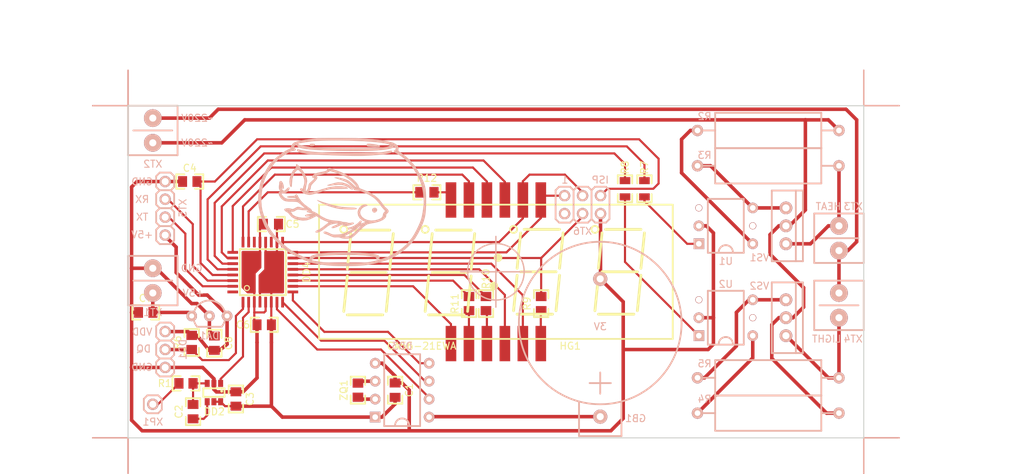
<source format=kicad_pcb>
(kicad_pcb (version 4) (host pcbnew "(2016-05-05 BZR 5222)-new_icons")

  (general
    (links 93)
    (no_connects 2)
    (area 92.924999 82.924999 197.075001 130.075001)
    (thickness 1.6)
    (drawings 50)
    (tracks 302)
    (zones 0)
    (modules 40)
    (nets 49)
  )

  (page A4)
  (layers
    (0 F.Cu signal)
    (31 B.Cu signal)
    (36 B.SilkS user)
    (37 F.SilkS user)
    (40 Dwgs.User user)
    (44 Edge.Cuts user)
    (45 Margin user)
  )

  (setup
    (last_trace_width 0.25)
    (user_trace_width 0.2)
    (user_trace_width 0.3)
    (user_trace_width 0.4)
    (user_trace_width 0.5)
    (user_trace_width 0.7)
    (user_trace_width 1)
    (trace_clearance 0.2)
    (zone_clearance 0.2)
    (zone_45_only no)
    (trace_min 0.2)
    (segment_width 0.2)
    (edge_width 0.15)
    (via_size 0.6)
    (via_drill 0.4)
    (via_min_size 0.4)
    (via_min_drill 0.3)
    (user_via 1.6 0.7)
    (uvia_size 0.3)
    (uvia_drill 0.1)
    (uvias_allowed no)
    (uvia_min_size 0.2)
    (uvia_min_drill 0.1)
    (pcb_text_width 0.15)
    (pcb_text_size 1 1)
    (mod_edge_width 0.15)
    (mod_text_size 1 1)
    (mod_text_width 0.15)
    (pad_size 1 1)
    (pad_drill 0.8)
    (pad_to_mask_clearance 0.2)
    (aux_axis_origin 0 0)
    (visible_elements FFFFFFFF)
    (pcbplotparams
      (layerselection 0x00000_7fffffff)
      (usegerberextensions false)
      (excludeedgelayer true)
      (linewidth 0.100000)
      (plotframeref false)
      (viasonmask false)
      (mode 1)
      (useauxorigin false)
      (hpglpennumber 1)
      (hpglpenspeed 20)
      (hpglpendiameter 15)
      (psnegative true)
      (psa4output false)
      (plotreference false)
      (plotvalue false)
      (plotinvisibletext false)
      (padsonsilk false)
      (subtractmaskfromsilk false)
      (outputformat 4)
      (mirror true)
      (drillshape 1)
      (scaleselection 1)
      (outputdirectory ""))
  )

  (net 0 "")
  (net 1 GND)
  (net 2 +5B)
  (net 3 "Net-(HG1-Pad12)")
  (net 4 "Net-(HG1-Pad9)")
  (net 5 "Net-(HG1-Pad6)")
  (net 6 "Net-(HG1-Pad8)")
  (net 7 "Net-(C2-Pad1)")
  (net 8 "Net-(DD3-Pad2)")
  (net 9 "Net-(DD3-Pad3)")
  (net 10 VBAT)
  (net 11 "Net-(R1-Pad1)")
  (net 12 "Net-(R2-Pad1)")
  (net 13 "Net-(R2-Pad2)")
  (net 14 "Net-(R3-Pad1)")
  (net 15 "Net-(R3-Pad2)")
  (net 16 "Net-(R4-Pad1)")
  (net 17 "Net-(R5-Pad1)")
  (net 18 "Net-(R5-Pad2)")
  (net 19 "Net-(R7-Pad1)")
  (net 20 "Net-(R8-Pad1)")
  (net 21 "Net-(XT2-Pad2)")
  (net 22 "Net-(C2-Pad2)")
  (net 23 "Net-(DD4-Pad19)")
  (net 24 "Net-(DD4-Pad22)")
  (net 25 "Net-(DD4-Pad32)")
  (net 26 /TEMP)
  (net 27 /SENS)
  (net 28 /RTC_CE)
  (net 29 /RTC_IO)
  (net 30 /~RESET)
  (net 31 /A)
  (net 32 /F)
  (net 33 /B)
  (net 34 /G)
  (net 35 /C)
  (net 36 /H)
  (net 37 /D)
  (net 38 /E)
  (net 39 /HEAT)
  (net 40 /LIGHT)
  (net 41 /DGT1)
  (net 42 /DGT2)
  (net 43 /DGT3)
  (net 44 /DGT4)
  (net 45 /TX)
  (net 46 /RX)
  (net 47 Vin)
  (net 48 /RTC_SCLK)

  (net_class Default "This is the default net class."
    (clearance 0.2)
    (trace_width 0.25)
    (via_dia 0.6)
    (via_drill 0.4)
    (uvia_dia 0.3)
    (uvia_drill 0.1)
    (add_net +5B)
    (add_net /A)
    (add_net /B)
    (add_net /C)
    (add_net /D)
    (add_net /DGT1)
    (add_net /DGT2)
    (add_net /DGT3)
    (add_net /DGT4)
    (add_net /E)
    (add_net /F)
    (add_net /G)
    (add_net /H)
    (add_net /HEAT)
    (add_net /LIGHT)
    (add_net /RTC_CE)
    (add_net /RTC_IO)
    (add_net /RTC_SCLK)
    (add_net /RX)
    (add_net /SENS)
    (add_net /TEMP)
    (add_net /TX)
    (add_net /~RESET)
    (add_net GND)
    (add_net "Net-(C2-Pad1)")
    (add_net "Net-(C2-Pad2)")
    (add_net "Net-(DD3-Pad2)")
    (add_net "Net-(DD3-Pad3)")
    (add_net "Net-(DD4-Pad19)")
    (add_net "Net-(DD4-Pad22)")
    (add_net "Net-(DD4-Pad32)")
    (add_net "Net-(HG1-Pad12)")
    (add_net "Net-(HG1-Pad6)")
    (add_net "Net-(HG1-Pad8)")
    (add_net "Net-(HG1-Pad9)")
    (add_net "Net-(R1-Pad1)")
    (add_net "Net-(R2-Pad1)")
    (add_net "Net-(R2-Pad2)")
    (add_net "Net-(R3-Pad1)")
    (add_net "Net-(R3-Pad2)")
    (add_net "Net-(R4-Pad1)")
    (add_net "Net-(R5-Pad1)")
    (add_net "Net-(R5-Pad2)")
    (add_net "Net-(R7-Pad1)")
    (add_net "Net-(R8-Pad1)")
    (add_net "Net-(XT2-Pad2)")
    (add_net VBAT)
    (add_net Vin)
  )

  (module Резисторы:R_0805 (layer F.Cu) (tedit 567E2085) (tstamp 567D1245)
    (at 163.25 94.75 270)
    (descr "Resistor smd 0805")
    (tags "R RES")
    (path /567B51C5)
    (fp_text reference R8 (at -3 0 270) (layer F.SilkS)
      (effects (font (size 1 1) (thickness 0.15)))
    )
    (fp_text value 620 (at 0 0 270) (layer F.SilkS) hide
      (effects (font (size 1 1) (thickness 0.15)))
    )
    (fp_line (start 0.762 -1.016) (end 1.905 -1.016) (layer F.SilkS) (width 0.254))
    (fp_line (start 1.905 -1.016) (end 1.905 1.016) (layer F.SilkS) (width 0.254))
    (fp_line (start 1.905 1.016) (end 0.762 1.016) (layer F.SilkS) (width 0.254))
    (fp_line (start -1.905 -1.016) (end -0.762 -1.016) (layer F.SilkS) (width 0.254))
    (fp_line (start -1.905 1.016) (end -1.905 -1.016) (layer F.SilkS) (width 0.254))
    (fp_line (start -1.905 1.016) (end -0.762 1.016) (layer F.SilkS) (width 0.254))
    (pad 1 smd rect (at 1.15 0 270) (size 1 1.5) (layers F.Cu)
      (net 20 "Net-(R8-Pad1)"))
    (pad 2 smd rect (at -1.15 0 270) (size 1 1.5) (layers F.Cu)
      (net 40 /LIGHT))
  )

  (module Резисторы:R_0805 (layer F.Cu) (tedit 567E2057) (tstamp 567D123F)
    (at 166 94.75 270)
    (descr "Resistor smd 0805")
    (tags "R RES")
    (path /567B54E1)
    (fp_text reference R7 (at -3 0 270) (layer F.SilkS)
      (effects (font (size 1 1) (thickness 0.15)))
    )
    (fp_text value 620 (at 0 0 270) (layer F.SilkS) hide
      (effects (font (size 1 1) (thickness 0.15)))
    )
    (fp_line (start 0.762 -1.016) (end 1.905 -1.016) (layer F.SilkS) (width 0.254))
    (fp_line (start 1.905 -1.016) (end 1.905 1.016) (layer F.SilkS) (width 0.254))
    (fp_line (start 1.905 1.016) (end 0.762 1.016) (layer F.SilkS) (width 0.254))
    (fp_line (start -1.905 -1.016) (end -0.762 -1.016) (layer F.SilkS) (width 0.254))
    (fp_line (start -1.905 1.016) (end -1.905 -1.016) (layer F.SilkS) (width 0.254))
    (fp_line (start -1.905 1.016) (end -0.762 1.016) (layer F.SilkS) (width 0.254))
    (pad 1 smd rect (at 1.15 0 270) (size 1 1.5) (layers F.Cu)
      (net 19 "Net-(R7-Pad1)"))
    (pad 2 smd rect (at -1.15 0 270) (size 1 1.5) (layers F.Cu)
      (net 39 /HEAT))
  )

  (module Резисторы:RH_2 (layer B.Cu) (tedit 567D174F) (tstamp 567D1215)
    (at 183.5 86.5)
    (path /567ABEE7)
    (fp_text reference R2 (at -9 -2) (layer B.SilkS)
      (effects (font (size 1 1) (thickness 0.15)) (justify mirror))
    )
    (fp_text value 360 (at 0 0) (layer B.SilkS) hide
      (effects (font (size 1 1) (thickness 0.15)) (justify mirror))
    )
    (fp_line (start 7.5 -2.5) (end -7.5 -2.5) (layer B.SilkS) (width 0.254))
    (fp_line (start 7.5 2.5) (end 7.5 -2.5) (layer B.SilkS) (width 0.254))
    (fp_line (start -7.5 -2.5) (end -7.5 2.5) (layer B.SilkS) (width 0.254))
    (fp_line (start -7.5 2.5) (end 7.5 2.5) (layer B.SilkS) (width 0.254))
    (fp_line (start 7.5 0) (end 10 0) (layer B.SilkS) (width 0.254))
    (fp_line (start -10 0) (end -7.5 0) (layer B.SilkS) (width 0.254))
    (pad 1 thru_hole circle (at -10 0) (size 1.6 1.6) (drill 0.8) (layers *.Cu *.Mask B.SilkS)
      (net 12 "Net-(R2-Pad1)"))
    (pad 2 thru_hole circle (at 10 0) (size 1.6 1.6) (drill 0.8) (layers *.Cu *.Mask B.SilkS)
      (net 13 "Net-(R2-Pad2)"))
  )

  (module Резисторы:RH_2 (layer B.Cu) (tedit 567D1784) (tstamp 567D121F)
    (at 183.5 91.5)
    (path /567AC324)
    (fp_text reference R3 (at -9 -1.5) (layer B.SilkS)
      (effects (font (size 1 1) (thickness 0.15)) (justify mirror))
    )
    (fp_text value 360 (at 0 0) (layer B.SilkS) hide
      (effects (font (size 1 1) (thickness 0.15)) (justify mirror))
    )
    (fp_line (start 7.5 -2.5) (end -7.5 -2.5) (layer B.SilkS) (width 0.254))
    (fp_line (start 7.5 2.5) (end 7.5 -2.5) (layer B.SilkS) (width 0.254))
    (fp_line (start -7.5 -2.5) (end -7.5 2.5) (layer B.SilkS) (width 0.254))
    (fp_line (start -7.5 2.5) (end 7.5 2.5) (layer B.SilkS) (width 0.254))
    (fp_line (start 7.5 0) (end 10 0) (layer B.SilkS) (width 0.254))
    (fp_line (start -10 0) (end -7.5 0) (layer B.SilkS) (width 0.254))
    (pad 1 thru_hole circle (at -10 0) (size 1.6 1.6) (drill 0.8) (layers *.Cu *.Mask B.SilkS)
      (net 14 "Net-(R3-Pad1)"))
    (pad 2 thru_hole circle (at 10 0) (size 1.6 1.6) (drill 0.8) (layers *.Cu *.Mask B.SilkS)
      (net 15 "Net-(R3-Pad2)"))
  )

  (module Резисторы:RH_2 (layer B.Cu) (tedit 567D76BC) (tstamp 567D1229)
    (at 183.5 126.5)
    (path /567B10FB)
    (fp_text reference R4 (at -9 -2) (layer B.SilkS)
      (effects (font (size 1 1) (thickness 0.15)) (justify mirror))
    )
    (fp_text value 360 (at 0 0) (layer B.SilkS) hide
      (effects (font (size 1 1) (thickness 0.15)) (justify mirror))
    )
    (fp_line (start 7.5 -2.5) (end -7.5 -2.5) (layer B.SilkS) (width 0.254))
    (fp_line (start 7.5 2.5) (end 7.5 -2.5) (layer B.SilkS) (width 0.254))
    (fp_line (start -7.5 -2.5) (end -7.5 2.5) (layer B.SilkS) (width 0.254))
    (fp_line (start -7.5 2.5) (end 7.5 2.5) (layer B.SilkS) (width 0.254))
    (fp_line (start 7.5 0) (end 10 0) (layer B.SilkS) (width 0.254))
    (fp_line (start -10 0) (end -7.5 0) (layer B.SilkS) (width 0.254))
    (pad 1 thru_hole circle (at -10 0) (size 1.6 1.6) (drill 0.8) (layers *.Cu *.Mask B.SilkS)
      (net 16 "Net-(R4-Pad1)"))
    (pad 2 thru_hole circle (at 10 0) (size 1.6 1.6) (drill 0.8) (layers *.Cu *.Mask B.SilkS)
      (net 13 "Net-(R2-Pad2)"))
  )

  (module Резисторы:RH_2 (layer B.Cu) (tedit 567D7667) (tstamp 567D1233)
    (at 183.5 121.5)
    (path /567B1101)
    (fp_text reference R5 (at -9 -2) (layer B.SilkS)
      (effects (font (size 1 1) (thickness 0.15)) (justify mirror))
    )
    (fp_text value 360 (at 0 0) (layer B.SilkS) hide
      (effects (font (size 1 1) (thickness 0.15)) (justify mirror))
    )
    (fp_line (start 7.5 -2.5) (end -7.5 -2.5) (layer B.SilkS) (width 0.254))
    (fp_line (start 7.5 2.5) (end 7.5 -2.5) (layer B.SilkS) (width 0.254))
    (fp_line (start -7.5 -2.5) (end -7.5 2.5) (layer B.SilkS) (width 0.254))
    (fp_line (start -7.5 2.5) (end 7.5 2.5) (layer B.SilkS) (width 0.254))
    (fp_line (start 7.5 0) (end 10 0) (layer B.SilkS) (width 0.254))
    (fp_line (start -10 0) (end -7.5 0) (layer B.SilkS) (width 0.254))
    (pad 1 thru_hole circle (at -10 0) (size 1.6 1.6) (drill 0.8) (layers *.Cu *.Mask B.SilkS)
      (net 17 "Net-(R5-Pad1)"))
    (pad 2 thru_hole circle (at 10 0) (size 1.6 1.6) (drill 0.8) (layers *.Cu *.Mask B.SilkS)
      (net 18 "Net-(R5-Pad2)"))
  )

  (module Разъемы:PLD-6 (layer B.Cu) (tedit 567E2CAF) (tstamp 567D12AE)
    (at 157.25 97)
    (descr "Connector, 2x5 pins, step 2.54 mm")
    (path /567CF548)
    (fp_text reference XT6 (at 0 3.75 180) (layer B.SilkS)
      (effects (font (size 1 1) (thickness 0.15)) (justify mirror))
    )
    (fp_text value PLD-6 (at -0.04 1.23) (layer B.SilkS) hide
      (effects (font (size 1 1) (thickness 0.15)) (justify mirror))
    )
    (fp_line (start 3.302 2.54) (end 3.81 2.032) (layer B.SilkS) (width 0.254))
    (fp_line (start 3.81 2.032) (end 3.81 -2.032) (layer B.SilkS) (width 0.254))
    (fp_line (start 3.81 -2.032) (end 3.302 -2.54) (layer B.SilkS) (width 0.254))
    (fp_line (start 1.27 -2.032) (end 1.778 -2.54) (layer B.SilkS) (width 0.254))
    (fp_line (start 1.778 2.54) (end 1.27 2.032) (layer B.SilkS) (width 0.254))
    (fp_line (start 0.762 2.54) (end 1.27 2.032) (layer B.SilkS) (width 0.254))
    (fp_line (start 1.27 2.032) (end 1.27 -2.032) (layer B.SilkS) (width 0.254))
    (fp_line (start 1.27 -2.032) (end 0.762 -2.54) (layer B.SilkS) (width 0.254))
    (fp_line (start -0.762 2.54) (end -1.27 2.032) (layer B.SilkS) (width 0.254))
    (fp_line (start -0.762 -2.54) (end -1.27 -2.032) (layer B.SilkS) (width 0.254))
    (fp_line (start -1.778 2.54) (end -1.27 2.032) (layer B.SilkS) (width 0.254))
    (fp_line (start -1.27 2.032) (end -1.27 -2.032) (layer B.SilkS) (width 0.254))
    (fp_line (start -1.27 -2.032) (end -1.778 -2.54) (layer B.SilkS) (width 0.254))
    (fp_line (start -3.302 2.54) (end -3.81 2.032) (layer B.SilkS) (width 0.254))
    (fp_line (start -3.81 2.032) (end -3.81 -2.032) (layer B.SilkS) (width 0.254))
    (fp_line (start -3.81 -2.032) (end -3.302 -2.54) (layer B.SilkS) (width 0.254))
    (fp_line (start -3.302 -2.54) (end -1.778 -2.54) (layer B.SilkS) (width 0.254))
    (fp_line (start -3.302 2.54) (end -1.778 2.54) (layer B.SilkS) (width 0.254))
    (fp_line (start -0.762 2.54) (end 0.762 2.54) (layer B.SilkS) (width 0.254))
    (fp_line (start -0.762 -2.54) (end 0.762 -2.54) (layer B.SilkS) (width 0.254))
    (fp_line (start 1.778 -2.54) (end 3.302 -2.54) (layer B.SilkS) (width 0.254))
    (fp_line (start 1.778 2.54) (end 3.302 2.54) (layer B.SilkS) (width 0.254))
    (pad 1 thru_hole circle (at -2.54 -1.27) (size 1.6 1.6) (drill 1) (layers *.Cu *.Mask B.SilkS)
      (net 38 /E))
    (pad 2 thru_hole circle (at -2.54 1.27) (size 1.6 1.6) (drill 1) (layers *.Cu *.Mask B.SilkS)
      (net 2 +5B))
    (pad 4 thru_hole circle (at 0 1.27) (size 1.6 1.6) (drill 1) (layers *.Cu *.Mask B.SilkS)
      (net 41 /DGT1))
    (pad 3 thru_hole circle (at 0 -1.27) (size 1.6 1.6) (drill 1) (layers *.Cu *.Mask B.SilkS)
      (net 37 /D))
    (pad 5 thru_hole circle (at 2.54 -1.27) (size 1.6 1.6) (drill 1) (layers *.Cu *.Mask B.SilkS)
      (net 30 /~RESET))
    (pad 6 thru_hole circle (at 2.54 1.27) (size 1.6 1.6) (drill 1) (layers *.Cu *.Mask B.SilkS)
      (net 1 GND))
  )

  (module Конденсаторы:SMD_0805 (layer F.Cu) (tedit 567D1BA0) (tstamp 567D118F)
    (at 130.75 123.25 270)
    (descr "Capacitor smd 0805")
    (tags C)
    (path /5679539A)
    (fp_text reference C1 (at 0 -2 270) (layer F.SilkS)
      (effects (font (size 1 1) (thickness 0.15)))
    )
    (fp_text value 0.1 (at 0 0 270) (layer F.SilkS) hide
      (effects (font (size 1 1) (thickness 0.15)))
    )
    (fp_line (start 0.762 -1.016) (end 1.905 -1.016) (layer F.SilkS) (width 0.254))
    (fp_line (start 1.905 -1.016) (end 1.905 1.016) (layer F.SilkS) (width 0.254))
    (fp_line (start 1.905 1.016) (end 0.762 1.016) (layer F.SilkS) (width 0.254))
    (fp_line (start -1.905 -1.016) (end -0.762 -1.016) (layer F.SilkS) (width 0.254))
    (fp_line (start -1.905 1.016) (end -1.905 -1.016) (layer F.SilkS) (width 0.254))
    (fp_line (start -1.905 1.016) (end -0.762 1.016) (layer F.SilkS) (width 0.254))
    (pad 1 smd rect (at 1.016 0 270) (size 1.27 1.524) (layers F.Cu)
      (net 2 +5B))
    (pad 2 smd rect (at -1.016 0 270) (size 1.27 1.524) (layers F.Cu)
      (net 1 GND))
  )

  (module Конденсаторы:SMD_0805 (layer F.Cu) (tedit 567D1BE7) (tstamp 567D1195)
    (at 102.189802 126.290844 90)
    (descr "Capacitor smd 0805")
    (tags C)
    (path /567982D7)
    (fp_text reference C2 (at 0 -2 90) (layer F.SilkS)
      (effects (font (size 1 1) (thickness 0.15)))
    )
    (fp_text value 2n2 (at 0 0 90) (layer F.SilkS) hide
      (effects (font (size 1 1) (thickness 0.15)))
    )
    (fp_line (start 0.762 -1.016) (end 1.905 -1.016) (layer F.SilkS) (width 0.254))
    (fp_line (start 1.905 -1.016) (end 1.905 1.016) (layer F.SilkS) (width 0.254))
    (fp_line (start 1.905 1.016) (end 0.762 1.016) (layer F.SilkS) (width 0.254))
    (fp_line (start -1.905 -1.016) (end -0.762 -1.016) (layer F.SilkS) (width 0.254))
    (fp_line (start -1.905 1.016) (end -1.905 -1.016) (layer F.SilkS) (width 0.254))
    (fp_line (start -1.905 1.016) (end -0.762 1.016) (layer F.SilkS) (width 0.254))
    (pad 1 smd rect (at 1.016 0 90) (size 1.27 1.524) (layers F.Cu)
      (net 7 "Net-(C2-Pad1)"))
    (pad 2 smd rect (at -1.016 0 90) (size 1.27 1.524) (layers F.Cu)
      (net 22 "Net-(C2-Pad2)"))
  )

  (module Конденсаторы:SMD_0805 (layer F.Cu) (tedit 567D1C16) (tstamp 567D119B)
    (at 108.25 124.5 270)
    (descr "Capacitor smd 0805")
    (tags C)
    (path /56795320)
    (fp_text reference C3 (at 0 -2 270) (layer F.SilkS)
      (effects (font (size 1 1) (thickness 0.15)))
    )
    (fp_text value 0.1 (at 0 0 270) (layer F.SilkS) hide
      (effects (font (size 1 1) (thickness 0.15)))
    )
    (fp_line (start 0.762 -1.016) (end 1.905 -1.016) (layer F.SilkS) (width 0.254))
    (fp_line (start 1.905 -1.016) (end 1.905 1.016) (layer F.SilkS) (width 0.254))
    (fp_line (start 1.905 1.016) (end 0.762 1.016) (layer F.SilkS) (width 0.254))
    (fp_line (start -1.905 -1.016) (end -0.762 -1.016) (layer F.SilkS) (width 0.254))
    (fp_line (start -1.905 1.016) (end -1.905 -1.016) (layer F.SilkS) (width 0.254))
    (fp_line (start -1.905 1.016) (end -0.762 1.016) (layer F.SilkS) (width 0.254))
    (pad 1 smd rect (at 1.016 0 270) (size 1.27 1.524) (layers F.Cu)
      (net 2 +5B))
    (pad 2 smd rect (at -1.016 0 270) (size 1.27 1.524) (layers F.Cu)
      (net 1 GND))
  )

  (module Конденсаторы:SMD_0805 (layer F.Cu) (tedit 56B4BC3C) (tstamp 567D11A1)
    (at 101.727 93.726)
    (descr "Capacitor smd 0805")
    (tags C)
    (path /5679197E)
    (fp_text reference C4 (at 0 -1.905) (layer F.SilkS)
      (effects (font (size 1 1) (thickness 0.15)))
    )
    (fp_text value 0.1 (at 0 0) (layer F.SilkS) hide
      (effects (font (size 1 1) (thickness 0.15)))
    )
    (fp_line (start 0.762 -1.016) (end 1.905 -1.016) (layer F.SilkS) (width 0.254))
    (fp_line (start 1.905 -1.016) (end 1.905 1.016) (layer F.SilkS) (width 0.254))
    (fp_line (start 1.905 1.016) (end 0.762 1.016) (layer F.SilkS) (width 0.254))
    (fp_line (start -1.905 -1.016) (end -0.762 -1.016) (layer F.SilkS) (width 0.254))
    (fp_line (start -1.905 1.016) (end -1.905 -1.016) (layer F.SilkS) (width 0.254))
    (fp_line (start -1.905 1.016) (end -0.762 1.016) (layer F.SilkS) (width 0.254))
    (pad 1 smd rect (at 1.016 0) (size 1.27 1.524) (layers F.Cu)
      (net 30 /~RESET))
    (pad 2 smd rect (at -1.016 0) (size 1.27 1.524) (layers F.Cu)
      (net 1 GND))
  )

  (module Конденсаторы:SMD_0805 (layer F.Cu) (tedit 567D1D18) (tstamp 567D11A7)
    (at 113.25 99.75)
    (descr "Capacitor smd 0805")
    (tags C)
    (path /56791A26)
    (fp_text reference C5 (at 3 0) (layer F.SilkS)
      (effects (font (size 1 1) (thickness 0.15)))
    )
    (fp_text value 0.1 (at 0 0) (layer F.SilkS) hide
      (effects (font (size 1 1) (thickness 0.15)))
    )
    (fp_line (start 0.762 -1.016) (end 1.905 -1.016) (layer F.SilkS) (width 0.254))
    (fp_line (start 1.905 -1.016) (end 1.905 1.016) (layer F.SilkS) (width 0.254))
    (fp_line (start 1.905 1.016) (end 0.762 1.016) (layer F.SilkS) (width 0.254))
    (fp_line (start -1.905 -1.016) (end -0.762 -1.016) (layer F.SilkS) (width 0.254))
    (fp_line (start -1.905 1.016) (end -1.905 -1.016) (layer F.SilkS) (width 0.254))
    (fp_line (start -1.905 1.016) (end -0.762 1.016) (layer F.SilkS) (width 0.254))
    (pad 1 smd rect (at 1.016 0) (size 1.27 1.524) (layers F.Cu)
      (net 2 +5B))
    (pad 2 smd rect (at -1.116 0) (size 1.27 1.524) (layers F.Cu)
      (net 1 GND))
  )

  (module Конденсаторы:SMD_0805 (layer F.Cu) (tedit 567D1C83) (tstamp 567D11AD)
    (at 112.25 114)
    (descr "Capacitor smd 0805")
    (tags C)
    (path /56791A55)
    (fp_text reference C6 (at -3 0) (layer F.SilkS)
      (effects (font (size 1 1) (thickness 0.15)))
    )
    (fp_text value 0.1 (at 0 0) (layer F.SilkS) hide
      (effects (font (size 1 1) (thickness 0.15)))
    )
    (fp_line (start 0.762 -1.016) (end 1.905 -1.016) (layer F.SilkS) (width 0.254))
    (fp_line (start 1.905 -1.016) (end 1.905 1.016) (layer F.SilkS) (width 0.254))
    (fp_line (start 1.905 1.016) (end 0.762 1.016) (layer F.SilkS) (width 0.254))
    (fp_line (start -1.905 -1.016) (end -0.762 -1.016) (layer F.SilkS) (width 0.254))
    (fp_line (start -1.905 1.016) (end -1.905 -1.016) (layer F.SilkS) (width 0.254))
    (fp_line (start -1.905 1.016) (end -0.762 1.016) (layer F.SilkS) (width 0.254))
    (pad 1 smd rect (at 1.016 0) (size 1.27 1.524) (layers F.Cu)
      (net 2 +5B))
    (pad 2 smd rect (at -1.016 0) (size 1.27 1.524) (layers F.Cu)
      (net 1 GND))
  )

  (module Разъемы:PLS-3 (layer B.Cu) (tedit 567FED4A) (tstamp 567D11B4)
    (at 98.25 117.5 90)
    (descr "Connector, 3x1 pin, step 2.54 mm")
    (path /567A4FD9)
    (fp_text reference DD1 (at 0 2.5 90) (layer B.SilkS)
      (effects (font (size 1 1) (thickness 0.15)) (justify mirror))
    )
    (fp_text value DS18B20 (at 0.1 0.15 90) (layer B.SilkS) hide
      (effects (font (size 1 1) (thickness 0.15)) (justify mirror))
    )
    (fp_line (start -1.778 1.27) (end -1.27 0.762) (layer B.SilkS) (width 0.254))
    (fp_line (start -1.27 -0.762) (end -1.778 -1.27) (layer B.SilkS) (width 0.254))
    (fp_line (start -3.302 1.27) (end -3.81 0.762) (layer B.SilkS) (width 0.254))
    (fp_line (start -3.81 0.762) (end -3.81 -0.762) (layer B.SilkS) (width 0.254))
    (fp_line (start -3.81 -0.762) (end -3.302 -1.27) (layer B.SilkS) (width 0.254))
    (fp_line (start -3.302 -1.27) (end -1.778 -1.27) (layer B.SilkS) (width 0.254))
    (fp_line (start -3.302 1.27) (end -1.778 1.27) (layer B.SilkS) (width 0.254))
    (fp_line (start -0.762 1.27) (end -1.27 0.762) (layer B.SilkS) (width 0.254))
    (fp_line (start 0.762 1.27) (end 1.27 0.762) (layer B.SilkS) (width 0.254))
    (fp_line (start -0.762 1.27) (end 0.762 1.27) (layer B.SilkS) (width 0.254))
    (fp_line (start -1.27 0.762) (end -1.27 -0.762) (layer B.SilkS) (width 0.254))
    (fp_line (start -0.762 -1.27) (end 0.762 -1.27) (layer B.SilkS) (width 0.254))
    (fp_line (start 1.27 -0.762) (end 0.762 -1.27) (layer B.SilkS) (width 0.254))
    (fp_line (start -1.27 -0.762) (end -0.762 -1.27) (layer B.SilkS) (width 0.254))
    (fp_line (start 3.81 0.762) (end 3.81 -0.762) (layer B.SilkS) (width 0.254))
    (fp_line (start 1.778 -1.27) (end 3.302 -1.27) (layer B.SilkS) (width 0.254))
    (fp_line (start 3.302 1.27) (end 3.81 0.762) (layer B.SilkS) (width 0.254))
    (fp_line (start 3.81 -0.762) (end 3.302 -1.27) (layer B.SilkS) (width 0.254))
    (fp_line (start 1.778 1.27) (end 1.27 0.762) (layer B.SilkS) (width 0.254))
    (fp_line (start 1.778 1.27) (end 3.302 1.27) (layer B.SilkS) (width 0.254))
    (fp_line (start 1.27 0.762) (end 1.27 -0.762) (layer B.SilkS) (width 0.254))
    (fp_line (start 1.27 -0.762) (end 1.778 -1.27) (layer B.SilkS) (width 0.254))
    (pad 1 thru_hole circle (at -2.54 0 90) (size 1.6 1.6) (drill 1) (layers *.Cu *.Mask B.SilkS)
      (net 1 GND))
    (pad 2 thru_hole circle (at 0 0 90) (size 1.6 1.6) (drill 1) (layers *.Cu *.Mask B.SilkS)
      (net 26 /TEMP))
    (pad 3 thru_hole circle (at 2.54 0 90) (size 1.6 1.6) (drill 1) (layers *.Cu *.Mask B.SilkS)
      (net 2 +5B))
  )

  (module Транзисторы:SOT23-6 (layer F.Cu) (tedit 567D1800) (tstamp 567D11BF)
    (at 105.139802 123.590844 180)
    (descr "Plastic surface mounted package, 6 leads")
    (tags SOT23-6)
    (path /56794846)
    (fp_text reference DD2 (at -0.05 -2.7) (layer F.SilkS)
      (effects (font (size 1 1) (thickness 0.15)))
    )
    (fp_text value AT42QT1011 (at -0.05 0 180) (layer F.SilkS) hide
      (effects (font (size 1 1) (thickness 0.15)))
    )
    (fp_circle (center -1.1 0.2) (end -1 0.2) (layer F.SilkS) (width 0.2))
    (fp_line (start 1.5 -0.6) (end 1.5 0.6) (layer F.SilkS) (width 0.254))
    (fp_line (start 1.5 0.6) (end -1.5 0.6) (layer F.SilkS) (width 0.254))
    (fp_line (start -1.5 0.6) (end -1.5 -0.6) (layer F.SilkS) (width 0.254))
    (fp_line (start -1.5 -0.6) (end 1.5 -0.6) (layer F.SilkS) (width 0.254))
    (pad 1 smd rect (at -0.95 1.3 180) (size 0.7 1) (layers F.Cu)
      (net 27 /SENS))
    (pad 3 smd rect (at 0.95 1.3 180) (size 0.7 1) (layers F.Cu)
      (net 7 "Net-(C2-Pad1)"))
    (pad 2 smd rect (at 0 1.3 180) (size 0.7 1) (layers F.Cu)
      (net 1 GND))
    (pad 4 smd rect (at 0.95 -1.3 180) (size 0.7 1) (layers F.Cu)
      (net 22 "Net-(C2-Pad2)"))
    (pad 6 smd rect (at -0.95 -1.3 180) (size 0.7 1) (layers F.Cu)
      (net 2 +5B))
    (pad 5 smd rect (at 0 -1.3 180) (size 0.7 1) (layers F.Cu)
      (net 2 +5B))
  )

  (module Микросхемы:DIP8-300 (layer B.Cu) (tedit 567D20CD) (tstamp 567D11CB)
    (at 131.75 123.25 90)
    (descr "8 pins DIL package, round pads")
    (tags DIL)
    (path /567942BE)
    (fp_text reference DD3 (at 6.23 0 180) (layer B.SilkS)
      (effects (font (size 1 1) (thickness 0.15)) (justify mirror))
    )
    (fp_text value DS1302 (at 0 0 90) (layer B.SilkS) hide
      (effects (font (size 1 1) (thickness 0.15)) (justify mirror))
    )
    (fp_arc (start -5 0) (end -5 1) (angle -90) (layer B.SilkS) (width 0.254))
    (fp_arc (start -5 0) (end -4 0) (angle -90) (layer B.SilkS) (width 0.254))
    (fp_line (start -5.08 2.54) (end 5.08 2.54) (layer B.SilkS) (width 0.254))
    (fp_line (start 5.08 2.54) (end 5.08 -2.54) (layer B.SilkS) (width 0.254))
    (fp_line (start 5.08 -2.54) (end -5.08 -2.54) (layer B.SilkS) (width 0.254))
    (fp_line (start -5.08 -2.54) (end -5.08 2.54) (layer B.SilkS) (width 0.254))
    (pad 1 thru_hole rect (at -3.81 -3.81 90) (size 1.5 1.5) (drill 0.8) (layers *.Cu *.Mask B.SilkS)
      (net 2 +5B))
    (pad 2 thru_hole circle (at -1.27 -3.81 90) (size 1.5 1.5) (drill 0.8) (layers *.Cu *.Mask B.SilkS)
      (net 8 "Net-(DD3-Pad2)"))
    (pad 3 thru_hole circle (at 1.27 -3.81 90) (size 1.5 1.5) (drill 0.8) (layers *.Cu *.Mask B.SilkS)
      (net 9 "Net-(DD3-Pad3)"))
    (pad 4 thru_hole circle (at 3.81 -3.81 90) (size 1.5 1.5) (drill 0.8) (layers *.Cu *.Mask B.SilkS)
      (net 1 GND))
    (pad 5 thru_hole circle (at 3.81 3.81 90) (size 1.5 1.5) (drill 0.8) (layers *.Cu *.Mask B.SilkS)
      (net 28 /RTC_CE))
    (pad 6 thru_hole circle (at 1.27 3.81 90) (size 1.5 1.5) (drill 0.8) (layers *.Cu *.Mask B.SilkS)
      (net 29 /RTC_IO))
    (pad 7 thru_hole circle (at -1.27 3.81 90) (size 1.5 1.5) (drill 0.8) (layers *.Cu *.Mask B.SilkS)
      (net 48 /RTC_SCLK))
    (pad 8 thru_hole circle (at -3.81 3.81 90) (size 1.5 1.5) (drill 0.8) (layers *.Cu *.Mask B.SilkS)
      (net 10 VBAT))
    (model dil/dil_8.wrl
      (at (xyz 0 0 0))
      (scale (xyz 1 1 1))
      (rotate (xyz 0 0 0))
    )
  )

  (module Микросхемы:TQFP32-30 (layer F.Cu) (tedit 567D60BC) (tstamp 567D11EF)
    (at 112.05 106.55 90)
    (descr "Thin quad flat pack 32 pins")
    (tags "TQFP32 LQFP32")
    (path /5677FF09)
    (fp_text reference DD4 (at 0 6.2 90) (layer F.SilkS)
      (effects (font (size 1 1) (thickness 0.15)))
    )
    (fp_text value ATMEGA8A (at 0 0 90) (layer F.SilkS) hide
      (effects (font (size 1 1) (thickness 0.15)))
    )
    (fp_circle (center -2.25 -2.25) (end -2 -2) (layer F.SilkS) (width 0.15))
    (fp_line (start -3.25 -3.25) (end 3.25 -3.25) (layer F.SilkS) (width 0.254))
    (fp_line (start 3.25 -3.25) (end 3.25 3.25) (layer F.SilkS) (width 0.254))
    (fp_line (start 3.25 3.25) (end -3.25 3.25) (layer F.SilkS) (width 0.254))
    (fp_line (start -3.25 3.25) (end -3.25 -3.25) (layer F.SilkS) (width 0.254))
    (pad 1 smd rect (at -4.25 -2.8 90) (size 1.5 0.4) (layers F.Cu)
      (net 26 /TEMP))
    (pad 2 smd rect (at -4.25 -2 90) (size 1.5 0.4) (layers F.Cu)
      (net 27 /SENS))
    (pad 3 smd rect (at -4.25 -1.2 90) (size 1.5 0.4) (layers F.Cu)
      (net 1 GND))
    (pad 4 smd rect (at -4.25 -0.4 90) (size 1.5 0.4) (layers F.Cu)
      (net 2 +5B))
    (pad 5 smd rect (at -4.25 0.4 90) (size 1.5 0.4) (layers F.Cu)
      (net 1 GND))
    (pad 6 smd rect (at -4.25 1.2 90) (size 1.5 0.4) (layers F.Cu)
      (net 2 +5B))
    (pad 7 smd rect (at -4.25 2 90) (size 1.5 0.4) (layers F.Cu)
      (net 48 /RTC_SCLK))
    (pad 8 smd rect (at -4.25 2.8 90) (size 1.5 0.4) (layers F.Cu)
      (net 29 /RTC_IO))
    (pad 9 smd rect (at -2.8 4.25 90) (size 0.4 1.5) (layers F.Cu)
      (net 28 /RTC_CE))
    (pad 10 smd rect (at -2 4.25 90) (size 0.4 1.5) (layers F.Cu)
      (net 33 /B))
    (pad 11 smd rect (at -1.2 4.25 90) (size 0.4 1.5) (layers F.Cu)
      (net 43 /DGT3))
    (pad 12 smd rect (at -0.4 4.25 90) (size 0.4 1.5) (layers F.Cu)
      (net 42 /DGT2))
    (pad 13 smd rect (at 0.4 4.25 90) (size 0.4 1.5) (layers F.Cu)
      (net 32 /F))
    (pad 14 smd rect (at 1.2 4.25 90) (size 0.4 1.5) (layers F.Cu)
      (net 31 /A))
    (pad 15 smd rect (at 2 4.25 90) (size 0.4 1.5) (layers F.Cu)
      (net 41 /DGT1))
    (pad 16 smd rect (at 2.8 4.25 90) (size 0.4 1.5) (layers F.Cu)
      (net 38 /E))
    (pad 17 smd rect (at 4.25 2.8 90) (size 1.5 0.4) (layers F.Cu)
      (net 37 /D))
    (pad 18 smd rect (at 4.25 2 90) (size 1.5 0.4) (layers F.Cu)
      (net 2 +5B))
    (pad 19 smd rect (at 4.25 1.2 90) (size 1.5 0.4) (layers F.Cu)
      (net 23 "Net-(DD4-Pad19)"))
    (pad 20 smd rect (at 4.25 0.4 90) (size 1.5 0.4) (layers F.Cu)
      (net 2 +5B))
    (pad 21 smd rect (at 4.25 -0.4 90) (size 1.5 0.4) (layers F.Cu)
      (net 1 GND))
    (pad 22 smd rect (at 4.25 -1.2 90) (size 1.5 0.4) (layers F.Cu)
      (net 24 "Net-(DD4-Pad22)"))
    (pad 23 smd rect (at 4.25 -2 90) (size 1.5 0.4) (layers F.Cu)
      (net 44 /DGT4))
    (pad 24 smd rect (at 4.25 -2.8 90) (size 1.5 0.4) (layers F.Cu)
      (net 34 /G))
    (pad 25 smd rect (at 2.8 -4.25 90) (size 0.4 1.5) (layers F.Cu)
      (net 35 /C))
    (pad 26 smd rect (at 2 -4.25 90) (size 0.4 1.5) (layers F.Cu)
      (net 36 /H))
    (pad 27 smd rect (at 1.2 -4.25 90) (size 0.4 1.5) (layers F.Cu)
      (net 40 /LIGHT))
    (pad 28 smd rect (at 0.4 -4.25 90) (size 0.4 1.5) (layers F.Cu)
      (net 39 /HEAT))
    (pad 29 smd rect (at -0.4 -4.25 90) (size 0.4 1.5) (layers F.Cu)
      (net 30 /~RESET))
    (pad 30 smd rect (at -1.2 -4.25 90) (size 0.4 1.5) (layers F.Cu)
      (net 46 /RX))
    (pad 31 smd rect (at -2 -4.25 90) (size 0.4 1.5) (layers F.Cu)
      (net 45 /TX))
    (pad 32 smd rect (at -2.8 -4.25 90) (size 0.4 1.5) (layers F.Cu)
      (net 25 "Net-(DD4-Pad32)"))
  )

  (module Разъемы:CR2032_H (layer B.Cu) (tedit 567D7B37) (tstamp 567D11F5)
    (at 159.75 117.25 90)
    (path /56797AEC)
    (fp_text reference GB1 (at -10 5 180) (layer B.SilkS)
      (effects (font (size 1 1) (thickness 0.15)) (justify mirror))
    )
    (fp_text value 3V (at 3 0 180) (layer B.SilkS)
      (effects (font (size 1 1) (thickness 0.15)) (justify mirror))
    )
    (fp_line (start -5 1.5) (end -5 -1.5) (layer B.SilkS) (width 0.254))
    (fp_line (start -6.5 0) (end -3.5 0) (layer B.SilkS) (width 0.254))
    (fp_line (start -12.5 3) (end -7.6 3) (layer B.SilkS) (width 0.254))
    (fp_line (start -12.5 -3) (end -12.5 3) (layer B.SilkS) (width 0.254))
    (fp_line (start -7.6 -3) (end -12.5 -3) (layer B.SilkS) (width 0.254))
    (fp_circle (center 3.5 0) (end 15 0) (layer B.SilkS) (width 0.254))
    (pad 2 thru_hole circle (at 9.75 0 90) (size 2 2) (drill 1) (layers *.Cu *.Mask B.SilkS)
      (net 1 GND))
    (pad 1 thru_hole circle (at -9.75 0 90) (size 2 2) (drill 1) (layers *.Cu *.Mask B.SilkS)
      (net 10 VBAT))
  )

  (module Микросхемы:DIP6-300 (layer B.Cu) (tedit 567E2C86) (tstamp 567D1267)
    (at 177.5 100 90)
    (descr "6 pins DIL package, round pads")
    (tags DIL)
    (path /567AB703)
    (fp_text reference U1 (at -5 0 180) (layer B.SilkS)
      (effects (font (size 1 1) (thickness 0.15)) (justify mirror))
    )
    (fp_text value MOC3063 (at 0 0 90) (layer B.SilkS) hide
      (effects (font (size 1 1) (thickness 0.15)) (justify mirror))
    )
    (fp_arc (start -3.73 0) (end -3.73 1) (angle -90) (layer B.SilkS) (width 0.254))
    (fp_arc (start -3.73 0) (end -2.73 0) (angle -90) (layer B.SilkS) (width 0.254))
    (fp_line (start -3.81 2.54) (end 3.81 2.54) (layer B.SilkS) (width 0.254))
    (fp_line (start 3.81 2.54) (end 3.81 -2.54) (layer B.SilkS) (width 0.254))
    (fp_line (start 3.81 -2.54) (end -3.81 -2.54) (layer B.SilkS) (width 0.254))
    (fp_line (start -3.81 -2.54) (end -3.81 2.54) (layer B.SilkS) (width 0.254))
    (pad 1 thru_hole rect (at -2.54 -3.81 90) (size 1.5 1.5) (drill 0.8) (layers *.Cu *.Mask B.SilkS)
      (net 19 "Net-(R7-Pad1)"))
    (pad 2 thru_hole circle (at 0 -3.81 90) (size 1.5 1.5) (drill 0.8) (layers *.Cu *.Mask B.SilkS)
      (net 1 GND))
    (pad 3 thru_hole circle (at 2.54 -3.81 90) (size 1 1) (drill 0.8) (layers *.Cu *.Mask B.SilkS))
    (pad 4 thru_hole circle (at 2.54 3.81 90) (size 1.5 1.5) (drill 0.8) (layers *.Cu *.Mask B.SilkS)
      (net 14 "Net-(R3-Pad1)"))
    (pad 5 thru_hole circle (at 0 3.81 90) (size 1 1) (drill 0.8) (layers *.Cu *.Mask B.SilkS))
    (pad 6 thru_hole circle (at -2.54 3.81 90) (size 1.5 1.5) (drill 0.8) (layers *.Cu *.Mask B.SilkS)
      (net 12 "Net-(R2-Pad1)"))
    (model dil/dil_6.wrl
      (at (xyz 0 0 0))
      (scale (xyz 1 1 1))
      (rotate (xyz 0 0 0))
    )
  )

  (module Микросхемы:DIP6-300 (layer B.Cu) (tedit 567E2C69) (tstamp 567D1271)
    (at 177.5 113 90)
    (descr "6 pins DIL package, round pads")
    (tags DIL)
    (path /567B10EF)
    (fp_text reference U2 (at 4.75 0 180) (layer B.SilkS)
      (effects (font (size 1 1) (thickness 0.15)) (justify mirror))
    )
    (fp_text value MOC3063 (at 0 0 90) (layer B.SilkS) hide
      (effects (font (size 1 1) (thickness 0.15)) (justify mirror))
    )
    (fp_arc (start -3.73 0) (end -3.73 1) (angle -90) (layer B.SilkS) (width 0.254))
    (fp_arc (start -3.73 0) (end -2.73 0) (angle -90) (layer B.SilkS) (width 0.254))
    (fp_line (start -3.81 2.54) (end 3.81 2.54) (layer B.SilkS) (width 0.254))
    (fp_line (start 3.81 2.54) (end 3.81 -2.54) (layer B.SilkS) (width 0.254))
    (fp_line (start 3.81 -2.54) (end -3.81 -2.54) (layer B.SilkS) (width 0.254))
    (fp_line (start -3.81 -2.54) (end -3.81 2.54) (layer B.SilkS) (width 0.254))
    (pad 1 thru_hole rect (at -2.54 -3.81 90) (size 1.5 1.5) (drill 0.8) (layers *.Cu *.Mask B.SilkS)
      (net 20 "Net-(R8-Pad1)"))
    (pad 2 thru_hole circle (at 0 -3.81 90) (size 1.5 1.5) (drill 0.8) (layers *.Cu *.Mask B.SilkS)
      (net 1 GND))
    (pad 3 thru_hole circle (at 2.54 -3.81 90) (size 1 1) (drill 0.8) (layers *.Cu *.Mask B.SilkS))
    (pad 4 thru_hole circle (at 2.54 3.81 90) (size 1.5 1.5) (drill 0.8) (layers *.Cu *.Mask B.SilkS)
      (net 17 "Net-(R5-Pad1)"))
    (pad 5 thru_hole circle (at 0 3.81 90) (size 1 1) (drill 0.8) (layers *.Cu *.Mask B.SilkS))
    (pad 6 thru_hole circle (at -2.54 3.81 90) (size 1.5 1.5) (drill 0.8) (layers *.Cu *.Mask B.SilkS)
      (net 16 "Net-(R4-Pad1)"))
    (model dil/dil_6.wrl
      (at (xyz 0 0 0))
      (scale (xyz 1 1 1))
      (rotate (xyz 0 0 0))
    )
  )

  (module Транзисторы:TO220 (layer B.Cu) (tedit 567E2C74) (tstamp 567D1278)
    (at 186 100 90)
    (path /567ABD2E)
    (fp_text reference VS1 (at -4.5 -3.75) (layer B.SilkS)
      (effects (font (size 1 1) (thickness 0.15)) (justify mirror))
    )
    (fp_text value BT137 (at 0 0 90) (layer B.SilkS) hide
      (effects (font (size 1 1) (thickness 0.15)) (justify mirror))
    )
    (fp_line (start -5 1.4) (end 5 1.4) (layer B.SilkS) (width 0.254))
    (fp_line (start 5 -2) (end -5 -2) (layer B.SilkS) (width 0.254))
    (fp_line (start 5 2.4) (end 5 -2) (layer B.SilkS) (width 0.254))
    (fp_line (start -5 2.4) (end 5 2.4) (layer B.SilkS) (width 0.254))
    (fp_line (start -5 -2) (end -5 2.4) (layer B.SilkS) (width 0.254))
    (pad 1 thru_hole circle (at -2.54 0 90) (size 1.8 1.8) (drill 1) (layers *.Cu *.Mask B.SilkS)
      (net 15 "Net-(R3-Pad2)"))
    (pad 2 thru_hole circle (at 0 0 90) (size 1.8 1.8) (drill 1) (layers *.Cu *.Mask B.SilkS)
      (net 13 "Net-(R2-Pad2)"))
    (pad 3 thru_hole circle (at 2.54 0 90) (size 1.8 1.8) (drill 1) (layers *.Cu *.Mask B.SilkS)
      (net 14 "Net-(R3-Pad1)"))
  )

  (module Транзисторы:TO220 (layer B.Cu) (tedit 567D7A24) (tstamp 567D127F)
    (at 186 113 90)
    (path /567B10F5)
    (fp_text reference VS2 (at 4.5 -3.75) (layer B.SilkS)
      (effects (font (size 1 1) (thickness 0.15)) (justify mirror))
    )
    (fp_text value BT137 (at 0.04 0 90) (layer B.SilkS) hide
      (effects (font (size 1 1) (thickness 0.15)) (justify mirror))
    )
    (fp_line (start -5 1.4) (end 5 1.4) (layer B.SilkS) (width 0.254))
    (fp_line (start 5 -2) (end -5 -2) (layer B.SilkS) (width 0.254))
    (fp_line (start 5 2.4) (end 5 -2) (layer B.SilkS) (width 0.254))
    (fp_line (start -5 2.4) (end 5 2.4) (layer B.SilkS) (width 0.254))
    (fp_line (start -5 -2) (end -5 2.4) (layer B.SilkS) (width 0.254))
    (pad 1 thru_hole circle (at -2.54 0 90) (size 1.8 1.8) (drill 1) (layers *.Cu *.Mask B.SilkS)
      (net 18 "Net-(R5-Pad2)"))
    (pad 2 thru_hole circle (at 0 0 90) (size 1.8 1.8) (drill 1) (layers *.Cu *.Mask B.SilkS)
      (net 13 "Net-(R2-Pad2)"))
    (pad 3 thru_hole circle (at 2.54 0 90) (size 1.8 1.8) (drill 1) (layers *.Cu *.Mask B.SilkS)
      (net 17 "Net-(R5-Pad1)"))
  )

  (module Разъемы:PLS-1 (layer B.Cu) (tedit 567D1A56) (tstamp 567D1284)
    (at 96.5 125.25 180)
    (descr "Connector, 1 pin, step 2.54 mm")
    (path /56799852)
    (fp_text reference XP1 (at 0 -2.5 180) (layer B.SilkS)
      (effects (font (size 1 1) (thickness 0.15)) (justify mirror))
    )
    (fp_text value Sensor (at 0 0 180) (layer B.SilkS) hide
      (effects (font (size 1 1) (thickness 0.15)) (justify mirror))
    )
    (fp_line (start 0.762 1.27) (end 1.27 0.762) (layer B.SilkS) (width 0.254))
    (fp_line (start 1.27 0.762) (end 1.27 -0.762) (layer B.SilkS) (width 0.254))
    (fp_line (start 1.27 -0.762) (end 0.762 -1.27) (layer B.SilkS) (width 0.254))
    (fp_line (start -0.762 1.27) (end -1.27 0.762) (layer B.SilkS) (width 0.254))
    (fp_line (start -1.27 0.762) (end -1.27 -0.762) (layer B.SilkS) (width 0.254))
    (fp_line (start -1.27 -0.762) (end -0.762 -1.27) (layer B.SilkS) (width 0.254))
    (fp_line (start -0.762 -1.27) (end 0.762 -1.27) (layer B.SilkS) (width 0.254))
    (fp_line (start -0.762 1.27) (end 0.762 1.27) (layer B.SilkS) (width 0.254))
    (pad 1 thru_hole circle (at 0 0 180) (size 1.6 1.6) (drill 1) (layers *.Cu *.Mask B.SilkS)
      (net 11 "Net-(R1-Pad1)"))
  )

  (module Разъемы:DG-350-2 (layer B.Cu) (tedit 567D0CD9) (tstamp 567D128A)
    (at 96.5 107.75 90)
    (path /567CD255)
    (fp_text reference XT1 (at -4.5 0 180) (layer B.SilkS)
      (effects (font (size 1 1) (thickness 0.15)) (justify mirror))
    )
    (fp_text value DG350-3.5-02P-14 (at 0 4.5 90) (layer B.SilkS) hide
      (effects (font (size 1 1) (thickness 0.15)) (justify mirror))
    )
    (fp_line (start 0 2.75) (end 0 -2.75) (layer B.SilkS) (width 0.254))
    (fp_line (start 3.5 3.5) (end 3.5 -3.5) (layer B.SilkS) (width 0.254))
    (fp_line (start 3.5 -3.5) (end -3.5 -3.5) (layer B.SilkS) (width 0.254))
    (fp_line (start -3.5 -3.5) (end -3.5 3.5) (layer B.SilkS) (width 0.254))
    (fp_line (start -3.5 3.5) (end 3.5 3.5) (layer B.SilkS) (width 0.254))
    (pad 2 thru_hole circle (at 1.75 0 90) (size 2.5 2.5) (drill 1) (layers *.Cu *.Mask B.SilkS)
      (net 1 GND))
    (pad 1 thru_hole circle (at -1.75 0 90) (size 2.5 2.5) (drill 1) (layers *.Cu *.Mask B.SilkS)
      (net 47 Vin))
  )

  (module Разъемы:DG-350-2 (layer B.Cu) (tedit 567D75D4) (tstamp 567D1290)
    (at 96.5 86.5 90)
    (path /567BD645)
    (fp_text reference XT2 (at -4.75 0 180) (layer B.SilkS)
      (effects (font (size 1 1) (thickness 0.15)) (justify mirror))
    )
    (fp_text value DG350-3.5-02P-14 (at 0 -5 90) (layer B.SilkS) hide
      (effects (font (size 1 1) (thickness 0.15)) (justify mirror))
    )
    (fp_line (start 0 2.75) (end 0 -2.75) (layer B.SilkS) (width 0.254))
    (fp_line (start 3.5 3.5) (end 3.5 -3.5) (layer B.SilkS) (width 0.254))
    (fp_line (start 3.5 -3.5) (end -3.5 -3.5) (layer B.SilkS) (width 0.254))
    (fp_line (start -3.5 -3.5) (end -3.5 3.5) (layer B.SilkS) (width 0.254))
    (fp_line (start -3.5 3.5) (end 3.5 3.5) (layer B.SilkS) (width 0.254))
    (pad 2 thru_hole circle (at 1.75 0 90) (size 2.5 2.5) (drill 1) (layers *.Cu *.Mask B.SilkS)
      (net 21 "Net-(XT2-Pad2)"))
    (pad 1 thru_hole circle (at -1.75 0 90) (size 2.5 2.5) (drill 1) (layers *.Cu *.Mask B.SilkS)
      (net 13 "Net-(R2-Pad2)"))
  )

  (module Разъемы:DG-350-2 (layer B.Cu) (tedit 567D800C) (tstamp 567D1296)
    (at 193.5 101.75 270)
    (path /567BE550)
    (fp_text reference XT3 (at -4.5 -2) (layer B.SilkS)
      (effects (font (size 1 1) (thickness 0.15)) (justify mirror))
    )
    (fp_text value DG350-3.5-02P-14 (at 0 -5 270) (layer B.SilkS) hide
      (effects (font (size 1 1) (thickness 0.15)) (justify mirror))
    )
    (fp_line (start 0 2.75) (end 0 -2.75) (layer B.SilkS) (width 0.254))
    (fp_line (start 3.5 3.5) (end 3.5 -3.5) (layer B.SilkS) (width 0.254))
    (fp_line (start 3.5 -3.5) (end -3.5 -3.5) (layer B.SilkS) (width 0.254))
    (fp_line (start -3.5 -3.5) (end -3.5 3.5) (layer B.SilkS) (width 0.254))
    (fp_line (start -3.5 3.5) (end 3.5 3.5) (layer B.SilkS) (width 0.254))
    (pad 2 thru_hole circle (at 1.75 0 270) (size 2.5 2.5) (drill 1) (layers *.Cu *.Mask B.SilkS)
      (net 21 "Net-(XT2-Pad2)"))
    (pad 1 thru_hole circle (at -1.75 0 270) (size 2.5 2.5) (drill 1) (layers *.Cu *.Mask B.SilkS)
      (net 15 "Net-(R3-Pad2)"))
  )

  (module Разъемы:DG-350-2 (layer B.Cu) (tedit 567D7C05) (tstamp 567D129C)
    (at 193.5 111.25 90)
    (path /567BE2AA)
    (fp_text reference XT4 (at -4.75 2 180) (layer B.SilkS)
      (effects (font (size 1 1) (thickness 0.15)) (justify mirror))
    )
    (fp_text value DG350-3.5-02P-14 (at 0 -5 90) (layer B.SilkS) hide
      (effects (font (size 1 1) (thickness 0.15)) (justify mirror))
    )
    (fp_line (start 0 2.75) (end 0 -2.75) (layer B.SilkS) (width 0.254))
    (fp_line (start 3.5 3.5) (end 3.5 -3.5) (layer B.SilkS) (width 0.254))
    (fp_line (start 3.5 -3.5) (end -3.5 -3.5) (layer B.SilkS) (width 0.254))
    (fp_line (start -3.5 -3.5) (end -3.5 3.5) (layer B.SilkS) (width 0.254))
    (fp_line (start -3.5 3.5) (end 3.5 3.5) (layer B.SilkS) (width 0.254))
    (pad 2 thru_hole circle (at 1.75 0 90) (size 2.5 2.5) (drill 1) (layers *.Cu *.Mask B.SilkS)
      (net 21 "Net-(XT2-Pad2)"))
    (pad 1 thru_hole circle (at -1.75 0 90) (size 2.5 2.5) (drill 1) (layers *.Cu *.Mask B.SilkS)
      (net 18 "Net-(R5-Pad2)"))
  )

  (module Разъемы:PLS-4 (layer B.Cu) (tedit 567D19C4) (tstamp 567D12A4)
    (at 98.25 97.5 90)
    (descr "Connector, 3x1 pin, step 2.54 mm")
    (path /567BF5C5)
    (fp_text reference XT5 (at 0 2.5 90) (layer B.SilkS)
      (effects (font (size 1 1) (thickness 0.15)) (justify mirror))
    )
    (fp_text value PLS-4 (at 0 0 90) (layer B.SilkS) hide
      (effects (font (size 1 1) (thickness 0.15)) (justify mirror))
    )
    (fp_line (start -3.048 1.27) (end -2.54 0.762) (layer B.SilkS) (width 0.254))
    (fp_line (start -2.54 -0.762) (end -3.048 -1.27) (layer B.SilkS) (width 0.254))
    (fp_line (start -4.572 1.27) (end -5.08 0.762) (layer B.SilkS) (width 0.254))
    (fp_line (start -5.08 0.762) (end -5.08 -0.762) (layer B.SilkS) (width 0.254))
    (fp_line (start -5.08 -0.762) (end -4.572 -1.27) (layer B.SilkS) (width 0.254))
    (fp_line (start -4.572 -1.27) (end -3.048 -1.27) (layer B.SilkS) (width 0.254))
    (fp_line (start -4.572 1.27) (end -3.048 1.27) (layer B.SilkS) (width 0.254))
    (fp_line (start -2.032 1.27) (end -2.54 0.762) (layer B.SilkS) (width 0.254))
    (fp_line (start -0.508 1.27) (end 0 0.762) (layer B.SilkS) (width 0.254))
    (fp_line (start -2.032 1.27) (end -0.508 1.27) (layer B.SilkS) (width 0.254))
    (fp_line (start -2.54 0.762) (end -2.54 -0.762) (layer B.SilkS) (width 0.254))
    (fp_line (start -2.032 -1.27) (end -0.508 -1.27) (layer B.SilkS) (width 0.254))
    (fp_line (start 0 -0.762) (end -0.508 -1.27) (layer B.SilkS) (width 0.254))
    (fp_line (start -2.54 -0.762) (end -2.032 -1.27) (layer B.SilkS) (width 0.254))
    (fp_line (start 2.54 0.762) (end 2.54 -0.762) (layer B.SilkS) (width 0.254))
    (fp_line (start 0.508 -1.27) (end 2.032 -1.27) (layer B.SilkS) (width 0.254))
    (fp_line (start 2.032 1.27) (end 2.54 0.762) (layer B.SilkS) (width 0.254))
    (fp_line (start 2.54 -0.762) (end 2.032 -1.27) (layer B.SilkS) (width 0.254))
    (fp_line (start 0.508 1.27) (end 0 0.762) (layer B.SilkS) (width 0.254))
    (fp_line (start 0.508 1.27) (end 2.032 1.27) (layer B.SilkS) (width 0.254))
    (fp_line (start 0 0.762) (end 0 -0.762) (layer B.SilkS) (width 0.254))
    (fp_line (start 0 -0.762) (end 0.508 -1.27) (layer B.SilkS) (width 0.254))
    (fp_line (start 4.532 1.27) (end 5.04 0.762) (layer B.SilkS) (width 0.254))
    (fp_line (start 5.04 -0.762) (end 4.532 -1.27) (layer B.SilkS) (width 0.254))
    (fp_line (start 3.008 1.27) (end 4.532 1.27) (layer B.SilkS) (width 0.254))
    (fp_line (start 5.04 0.762) (end 5.04 -0.762) (layer B.SilkS) (width 0.254))
    (fp_line (start 3.008 -1.27) (end 4.532 -1.27) (layer B.SilkS) (width 0.254))
    (fp_line (start 3.008 1.27) (end 2.5 0.762) (layer B.SilkS) (width 0.254))
    (fp_line (start 2.5 -0.762) (end 3.008 -1.27) (layer B.SilkS) (width 0.254))
    (pad 1 thru_hole circle (at -3.81 0 90) (size 1.6 1.6) (drill 1) (layers *.Cu *.Mask B.SilkS)
      (net 2 +5B))
    (pad 2 thru_hole circle (at -1.27 0 90) (size 1.6 1.6) (drill 1) (layers *.Cu *.Mask B.SilkS)
      (net 45 /TX))
    (pad 3 thru_hole circle (at 1.27 0 90) (size 1.6 1.6) (drill 1) (layers *.Cu *.Mask B.SilkS)
      (net 46 /RX))
    (pad 4 thru_hole circle (at 3.77 0 90) (size 1.6 1.6) (drill 1) (layers *.Cu *.Mask B.SilkS)
      (net 1 GND))
  )

  (module Резисторы:R_0805 (layer F.Cu) (tedit 567D7D60) (tstamp 567D125D)
    (at 135.25 95.25 180)
    (descr "Resistor smd 0805")
    (tags "R RES")
    (path /567AEBAB)
    (fp_text reference R12 (at 0 2 180) (layer F.SilkS)
      (effects (font (size 1 1) (thickness 0.15)))
    )
    (fp_text value 30 (at 0 0 180) (layer F.SilkS) hide
      (effects (font (size 1 1) (thickness 0.15)))
    )
    (fp_line (start 0.762 -1.016) (end 1.905 -1.016) (layer F.SilkS) (width 0.254))
    (fp_line (start 1.905 -1.016) (end 1.905 1.016) (layer F.SilkS) (width 0.254))
    (fp_line (start 1.905 1.016) (end 0.762 1.016) (layer F.SilkS) (width 0.254))
    (fp_line (start -1.905 -1.016) (end -0.762 -1.016) (layer F.SilkS) (width 0.254))
    (fp_line (start -1.905 1.016) (end -1.905 -1.016) (layer F.SilkS) (width 0.254))
    (fp_line (start -1.905 1.016) (end -0.762 1.016) (layer F.SilkS) (width 0.254))
    (pad 1 smd rect (at 1 0 180) (size 1.3 1.5) (layers F.Cu)
      (net 44 /DGT4))
    (pad 2 smd rect (at -1 0 180) (size 1.3 1.5) (layers F.Cu)
      (net 5 "Net-(HG1-Pad6)"))
  )

  (module Резисторы:R_0805 (layer F.Cu) (tedit 567D1B30) (tstamp 567D1257)
    (at 141.2 111 90)
    (descr "Resistor smd 0805")
    (tags "R RES")
    (path /567AECE7)
    (fp_text reference R11 (at 0 -2 270) (layer F.SilkS)
      (effects (font (size 1 1) (thickness 0.15)))
    )
    (fp_text value 30 (at 0 0 90) (layer F.SilkS) hide
      (effects (font (size 1 1) (thickness 0.15)))
    )
    (fp_line (start 0.762 -1.016) (end 1.905 -1.016) (layer F.SilkS) (width 0.254))
    (fp_line (start 1.905 -1.016) (end 1.905 1.016) (layer F.SilkS) (width 0.254))
    (fp_line (start 1.905 1.016) (end 0.762 1.016) (layer F.SilkS) (width 0.254))
    (fp_line (start -1.905 -1.016) (end -0.762 -1.016) (layer F.SilkS) (width 0.254))
    (fp_line (start -1.905 1.016) (end -1.905 -1.016) (layer F.SilkS) (width 0.254))
    (fp_line (start -1.905 1.016) (end -0.762 1.016) (layer F.SilkS) (width 0.254))
    (pad 1 smd rect (at 1 0 90) (size 1.3 1.5) (layers F.Cu)
      (net 43 /DGT3))
    (pad 2 smd rect (at -1 0 90) (size 1.3 1.5) (layers F.Cu)
      (net 6 "Net-(HG1-Pad8)"))
  )

  (module Резисторы:R_0805 (layer F.Cu) (tedit 567D1B4A) (tstamp 567D1251)
    (at 143.6 111 90)
    (descr "Resistor smd 0805")
    (tags "R RES")
    (path /567AED4C)
    (fp_text reference R10 (at 3.5 0 90) (layer F.SilkS)
      (effects (font (size 1 1) (thickness 0.15)))
    )
    (fp_text value 30 (at 0 0 90) (layer F.SilkS) hide
      (effects (font (size 1 1) (thickness 0.15)))
    )
    (fp_line (start 0.762 -1.016) (end 1.905 -1.016) (layer F.SilkS) (width 0.254))
    (fp_line (start 1.905 -1.016) (end 1.905 1.016) (layer F.SilkS) (width 0.254))
    (fp_line (start 1.905 1.016) (end 0.762 1.016) (layer F.SilkS) (width 0.254))
    (fp_line (start -1.905 -1.016) (end -0.762 -1.016) (layer F.SilkS) (width 0.254))
    (fp_line (start -1.905 1.016) (end -1.905 -1.016) (layer F.SilkS) (width 0.254))
    (fp_line (start -1.905 1.016) (end -0.762 1.016) (layer F.SilkS) (width 0.254))
    (pad 1 smd rect (at 1 0 90) (size 1.3 1.5) (layers F.Cu)
      (net 42 /DGT2))
    (pad 2 smd rect (at -1 0 90) (size 1.3 1.5) (layers F.Cu)
      (net 4 "Net-(HG1-Pad9)"))
  )

  (module Резисторы:R_0805 (layer F.Cu) (tedit 567D1B7D) (tstamp 567D124B)
    (at 151.4 111 90)
    (descr "Resistor smd 0805")
    (tags "R RES")
    (path /567AEDB4)
    (fp_text reference R9 (at 0 -2 90) (layer F.SilkS)
      (effects (font (size 1 1) (thickness 0.15)))
    )
    (fp_text value 30 (at 0 0 90) (layer F.SilkS) hide
      (effects (font (size 1 1) (thickness 0.15)))
    )
    (fp_line (start 0.762 -1.016) (end 1.905 -1.016) (layer F.SilkS) (width 0.254))
    (fp_line (start 1.905 -1.016) (end 1.905 1.016) (layer F.SilkS) (width 0.254))
    (fp_line (start 1.905 1.016) (end 0.762 1.016) (layer F.SilkS) (width 0.254))
    (fp_line (start -1.905 -1.016) (end -0.762 -1.016) (layer F.SilkS) (width 0.254))
    (fp_line (start -1.905 1.016) (end -1.905 -1.016) (layer F.SilkS) (width 0.254))
    (fp_line (start -1.905 1.016) (end -0.762 1.016) (layer F.SilkS) (width 0.254))
    (pad 1 smd rect (at 1 0 90) (size 1.3 1.5) (layers F.Cu)
      (net 41 /DGT1))
    (pad 2 smd rect (at -1 0 90) (size 1.3 1.5) (layers F.Cu)
      (net 3 "Net-(HG1-Pad12)"))
  )

  (module Резисторы:R_0805 (layer F.Cu) (tedit 567D1A81) (tstamp 567D1239)
    (at 102 116.5 90)
    (descr "Resistor smd 0805")
    (tags "R RES")
    (path /567B8C4F)
    (fp_text reference R6 (at 0 -2 90) (layer F.SilkS)
      (effects (font (size 1 1) (thickness 0.15)))
    )
    (fp_text value 5k6 (at 0 0 90) (layer F.SilkS) hide
      (effects (font (size 1 1) (thickness 0.15)))
    )
    (fp_line (start 0.762 -1.016) (end 1.905 -1.016) (layer F.SilkS) (width 0.254))
    (fp_line (start 1.905 -1.016) (end 1.905 1.016) (layer F.SilkS) (width 0.254))
    (fp_line (start 1.905 1.016) (end 0.762 1.016) (layer F.SilkS) (width 0.254))
    (fp_line (start -1.905 -1.016) (end -0.762 -1.016) (layer F.SilkS) (width 0.254))
    (fp_line (start -1.905 1.016) (end -1.905 -1.016) (layer F.SilkS) (width 0.254))
    (fp_line (start -1.905 1.016) (end -0.762 1.016) (layer F.SilkS) (width 0.254))
    (pad 1 smd rect (at 1 0 90) (size 1.3 1.5) (layers F.Cu)
      (net 2 +5B))
    (pad 2 smd rect (at -1 0 90) (size 1.3 1.5) (layers F.Cu)
      (net 26 /TEMP))
  )

  (module Резисторы:R_0805 (layer F.Cu) (tedit 567D1A43) (tstamp 567D120B)
    (at 101.189802 122.290844 180)
    (descr "Resistor smd 0805")
    (tags "R RES")
    (path /56799368)
    (fp_text reference R1 (at 3 0 180) (layer F.SilkS)
      (effects (font (size 1 1) (thickness 0.15)))
    )
    (fp_text value 100k (at 0 0 180) (layer F.SilkS) hide
      (effects (font (size 1 1) (thickness 0.15)))
    )
    (fp_line (start 0.762 -1.016) (end 1.905 -1.016) (layer F.SilkS) (width 0.254))
    (fp_line (start 1.905 -1.016) (end 1.905 1.016) (layer F.SilkS) (width 0.254))
    (fp_line (start 1.905 1.016) (end 0.762 1.016) (layer F.SilkS) (width 0.254))
    (fp_line (start -1.905 -1.016) (end -0.762 -1.016) (layer F.SilkS) (width 0.254))
    (fp_line (start -1.905 1.016) (end -1.905 -1.016) (layer F.SilkS) (width 0.254))
    (fp_line (start -1.905 1.016) (end -0.762 1.016) (layer F.SilkS) (width 0.254))
    (pad 1 smd rect (at 1 0 180) (size 1.3 1.5) (layers F.Cu)
      (net 11 "Net-(R1-Pad1)"))
    (pad 2 smd rect (at -1 0 180) (size 1.3 1.5) (layers F.Cu)
      (net 7 "Net-(C2-Pad1)"))
  )

  (module Резисторы:R_0805 (layer F.Cu) (tedit 567D20DA) (tstamp 567D1DC6)
    (at 125.5 123.25 90)
    (descr "Resistor smd 0805")
    (tags "R RES")
    (path /5679596F)
    (fp_text reference ZQ1 (at 0 -2 90) (layer F.SilkS)
      (effects (font (size 1 1) (thickness 0.15)))
    )
    (fp_text value 32768 (at 0 2 90) (layer F.SilkS) hide
      (effects (font (size 1 1) (thickness 0.15)))
    )
    (fp_line (start 0.762 -1.016) (end 1.905 -1.016) (layer F.SilkS) (width 0.254))
    (fp_line (start 1.905 -1.016) (end 1.905 1.016) (layer F.SilkS) (width 0.254))
    (fp_line (start 1.905 1.016) (end 0.762 1.016) (layer F.SilkS) (width 0.254))
    (fp_line (start -1.905 -1.016) (end -0.762 -1.016) (layer F.SilkS) (width 0.254))
    (fp_line (start -1.905 1.016) (end -1.905 -1.016) (layer F.SilkS) (width 0.254))
    (fp_line (start -1.905 1.016) (end -0.762 1.016) (layer F.SilkS) (width 0.254))
    (pad 1 smd rect (at 1 0 90) (size 1.3 1.5) (layers F.Cu)
      (net 9 "Net-(DD3-Pad3)"))
    (pad 2 smd rect (at -1 0 90) (size 1.3 1.5) (layers F.Cu)
      (net 8 "Net-(DD3-Pad2)"))
  )

  (module aquarium:logo (layer B.Cu) (tedit 0) (tstamp 567FDF09)
    (at 123.5 96.5 180)
    (fp_text reference G*** (at 0 0 180) (layer B.SilkS) hide
      (effects (font (thickness 0.3)) (justify mirror))
    )
    (fp_text value LOGO (at 0.75 0 180) (layer B.SilkS) hide
      (effects (font (thickness 0.3)) (justify mirror))
    )
    (fp_poly (pts (xy 1.945377 8.939821) (xy 2.656478 8.93071) (xy 3.2596 8.914045) (xy 3.724203 8.889628)
      (xy 3.725333 8.889545) (xy 4.362081 8.832051) (xy 4.995368 8.755803) (xy 5.594284 8.666108)
      (xy 6.12792 8.568272) (xy 6.565365 8.467603) (xy 6.87571 8.369407) (xy 6.949905 8.335923)
      (xy 7.221384 8.133258) (xy 7.400954 7.875487) (xy 7.451527 7.664661) (xy 7.52537 7.50609)
      (xy 7.7542 7.366474) (xy 7.770827 7.359392) (xy 8.266622 7.104325) (xy 8.814612 6.744303)
      (xy 9.371348 6.314105) (xy 9.893382 5.848509) (xy 10.337262 5.382295) (xy 10.512691 5.164666)
      (xy 10.741158 4.825346) (xy 10.997787 4.38955) (xy 11.254141 3.911228) (xy 11.481784 3.444325)
      (xy 11.652278 3.042789) (xy 11.695375 2.921) (xy 11.852615 2.337714) (xy 11.975237 1.681443)
      (xy 12.059103 0.998061) (xy 12.100073 0.333441) (xy 12.094007 -0.266546) (xy 12.036767 -0.756027)
      (xy 12.030077 -0.788008) (xy 11.966963 -1.086626) (xy 11.894373 -1.442028) (xy 11.8612 -1.608667)
      (xy 11.802586 -1.838522) (xy 11.704451 -2.15511) (xy 11.580843 -2.51995) (xy 11.445817 -2.894561)
      (xy 11.313421 -3.240464) (xy 11.197708 -3.519177) (xy 11.11273 -3.69222) (xy 11.088291 -3.725334)
      (xy 11.022824 -3.816805) (xy 10.903933 -4.008096) (xy 10.802311 -4.180449) (xy 10.659432 -4.419979)
      (xy 10.520548 -4.628732) (xy 10.362486 -4.834098) (xy 10.162075 -5.063464) (xy 9.896141 -5.344219)
      (xy 9.541513 -5.703753) (xy 9.358993 -5.886388) (xy 8.837871 -6.386566) (xy 8.347328 -6.807678)
      (xy 7.85098 -7.173755) (xy 7.31244 -7.508824) (xy 6.695323 -7.836915) (xy 5.963244 -8.182055)
      (xy 5.715 -8.292851) (xy 5.317859 -8.463747) (xy 4.973993 -8.597257) (xy 4.644417 -8.703647)
      (xy 4.29015 -8.793185) (xy 3.872209 -8.876139) (xy 3.351612 -8.962776) (xy 2.921 -9.028743)
      (xy 2.331136 -9.097153) (xy 1.616443 -9.147751) (xy 0.817525 -9.180377) (xy -0.025012 -9.194869)
      (xy -0.87056 -9.191066) (xy -1.678514 -9.168807) (xy -2.408268 -9.127931) (xy -3.019215 -9.068277)
      (xy -3.132667 -9.05276) (xy -4.226783 -8.867791) (xy -5.183231 -8.647025) (xy -6.031969 -8.378644)
      (xy -6.802958 -8.050831) (xy -7.526154 -7.651768) (xy -8.231518 -7.169638) (xy -8.568326 -6.908633)
      (xy -9.162153 -6.388712) (xy -9.670568 -5.840235) (xy -10.122168 -5.225584) (xy -10.545546 -4.507138)
      (xy -10.844109 -3.914628) (xy -11.103061 -3.348075) (xy -11.299806 -2.847925) (xy -11.442524 -2.374204)
      (xy -11.539394 -1.886942) (xy -11.598598 -1.346165) (xy -11.628315 -0.711903) (xy -11.633913 -0.258211)
      (xy -11.301074 -0.258211) (xy -11.270673 -0.6506) (xy -11.21445 -1.114204) (xy -11.13924 -1.6023)
      (xy -11.051878 -2.068165) (xy -10.9592 -2.465074) (xy -10.912486 -2.624667) (xy -10.738214 -3.087445)
      (xy -10.495369 -3.63148) (xy -10.212518 -4.19933) (xy -9.918229 -4.733553) (xy -9.649281 -5.164667)
      (xy -9.007461 -5.961576) (xy -8.22763 -6.675621) (xy -7.323694 -7.298745) (xy -6.309558 -7.82289)
      (xy -5.199125 -8.239998) (xy -4.0063 -8.54201) (xy -3.735256 -8.592025) (xy -3.385688 -8.650222)
      (xy -3.07326 -8.695508) (xy -2.770197 -8.729225) (xy -2.448726 -8.752712) (xy -2.081072 -8.767313)
      (xy -1.639461 -8.774366) (xy -1.09612 -8.775214) (xy -0.423275 -8.771197) (xy -0.084667 -8.768285)
      (xy 0.684243 -8.759677) (xy 1.311108 -8.748167) (xy 1.823208 -8.732169) (xy 2.247825 -8.710095)
      (xy 2.612242 -8.680358) (xy 2.943741 -8.641371) (xy 3.269603 -8.591546) (xy 3.429 -8.563856)
      (xy 3.8253 -8.493762) (xy 4.159488 -8.436208) (xy 4.397086 -8.397023) (xy 4.503619 -8.382035)
      (xy 4.504457 -8.38202) (xy 4.495532 -8.329345) (xy 4.394934 -8.200643) (xy 4.377457 -8.181566)
      (xy 4.221626 -8.051152) (xy 4.008503 -7.943092) (xy 3.722457 -7.855204) (xy 3.347856 -7.785306)
      (xy 2.869067 -7.731214) (xy 2.270461 -7.690747) (xy 1.536404 -7.66172) (xy 0.651267 -7.641953)
      (xy 0.495494 -7.639517) (xy -0.732049 -7.631672) (xy -1.801366 -7.646927) (xy -2.71031 -7.685173)
      (xy -3.456735 -7.746304) (xy -4.038496 -7.830211) (xy -4.25361 -7.877278) (xy -4.488971 -7.949645)
      (xy -4.59118 -8.026406) (xy -4.594989 -8.133887) (xy -4.594556 -8.135558) (xy -4.605237 -8.269191)
      (xy -4.731137 -8.285955) (xy -4.916233 -8.209688) (xy -5.056027 -8.059608) (xy -5.056512 -7.869216)
      (xy -4.920266 -7.690626) (xy -4.8895 -7.668926) (xy -4.62956 -7.560751) (xy -4.207912 -7.467281)
      (xy -3.631592 -7.389096) (xy -2.907638 -7.326778) (xy -2.043084 -7.280906) (xy -1.044966 -7.252063)
      (xy 0.079678 -7.240829) (xy 0.296333 -7.240723) (xy 1.370474 -7.2566) (xy 2.308659 -7.301635)
      (xy 3.1061 -7.374963) (xy 3.758012 -7.475721) (xy 4.259607 -7.603044) (xy 4.606096 -7.756067)
      (xy 4.792694 -7.933925) (xy 4.826 -8.058776) (xy 4.836733 -8.137982) (xy 4.883208 -8.176671)
      (xy 4.986837 -8.168685) (xy 5.169032 -8.107867) (xy 5.451204 -7.988057) (xy 5.854765 -7.803097)
      (xy 6.077999 -7.698695) (xy 6.790598 -7.340635) (xy 7.412911 -6.969722) (xy 7.992342 -6.552298)
      (xy 8.576296 -6.054707) (xy 9.107323 -5.547842) (xy 9.799533 -4.798346) (xy 10.363631 -4.037876)
      (xy 10.821792 -3.227533) (xy 11.196187 -2.328422) (xy 11.49268 -1.363342) (xy 11.60937 -0.72199)
      (xy 11.652167 0.009533) (xy 11.626118 0.790727) (xy 11.536269 1.58109) (xy 11.387666 2.340122)
      (xy 11.185355 3.027321) (xy 10.934383 3.602186) (xy 10.857425 3.735327) (xy 10.740323 3.936407)
      (xy 10.673772 4.07339) (xy 10.668 4.096028) (xy 10.62074 4.193422) (xy 10.49531 4.390202)
      (xy 10.316236 4.651117) (xy 10.108044 4.940916) (xy 9.895259 5.224347) (xy 9.786409 5.36318)
      (xy 9.517164 5.650864) (xy 9.162012 5.96075) (xy 8.753324 6.271578) (xy 8.323465 6.56209)
      (xy 7.904806 6.811027) (xy 7.529712 6.997132) (xy 7.230554 7.099145) (xy 7.123663 7.112)
      (xy 6.911661 7.154744) (xy 6.794155 7.257642) (xy 6.79657 7.382697) (xy 6.887253 7.465354)
      (xy 7.013709 7.603419) (xy 6.982306 7.770094) (xy 6.836833 7.913408) (xy 6.696762 7.99752)
      (xy 6.632702 7.96339) (xy 6.600578 7.854709) (xy 6.534493 7.733033) (xy 6.391011 7.625754)
      (xy 6.16001 7.531507) (xy 5.831366 7.448928) (xy 5.394959 7.376651) (xy 4.840666 7.313311)
      (xy 4.158366 7.257545) (xy 3.337935 7.207985) (xy 2.369253 7.163269) (xy 1.242196 7.122031)
      (xy 1.143 7.118779) (xy -0.032186 7.088905) (xy -1.154276 7.076692) (xy -2.212075 7.081374)
      (xy -3.194388 7.102187) (xy -4.09002 7.138363) (xy -4.887777 7.189137) (xy -5.576462 7.253743)
      (xy -6.144881 7.331415) (xy -6.581839 7.421386) (xy -6.87614 7.522891) (xy -7.01659 7.635164)
      (xy -7.027334 7.677821) (xy -7.042576 7.763403) (xy -7.114395 7.733423) (xy -7.196667 7.662333)
      (xy -7.343293 7.481433) (xy -7.330148 7.332868) (xy -7.196667 7.216315) (xy -7.048322 7.07909)
      (xy -7.068544 6.95756) (xy -7.240951 6.857258) (xy -7.709677 6.621821) (xy -8.222629 6.266651)
      (xy -8.745567 5.822068) (xy -9.244248 5.318396) (xy -9.684433 4.785957) (xy -9.857634 4.540045)
      (xy -10.376042 3.688358) (xy -10.761204 2.887865) (xy -11.026008 2.104216) (xy -11.183342 1.30306)
      (xy -11.224939 0.895992) (xy -11.252081 0.547566) (xy -11.27913 0.226364) (xy -11.298818 0.016238)
      (xy -11.301074 -0.258211) (xy -11.633913 -0.258211) (xy -11.636577 -0.042334) (xy -11.633021 0.643852)
      (xy -11.613512 1.198237) (xy -11.570552 1.658145) (xy -11.496638 2.060898) (xy -11.384271 2.443818)
      (xy -11.225949 2.844228) (xy -11.014174 3.299449) (xy -10.930997 3.468631) (xy -10.428784 4.389938)
      (xy -9.901902 5.167133) (xy -9.329963 5.825381) (xy -8.692579 6.389849) (xy -8.376875 6.621423)
      (xy -8.045995 6.854727) (xy -7.835699 7.017505) (xy -7.724858 7.131923) (xy -7.692347 7.220146)
      (xy -7.717037 7.304342) (xy -7.720207 7.31037) (xy -7.752255 7.535281) (xy -7.647209 7.783721)
      (xy -7.606794 7.82734) (xy -6.457513 7.82734) (xy -6.386922 7.764297) (xy -6.159266 7.689944)
      (xy -5.763186 7.627261) (xy -5.199191 7.57627) (xy -4.46779 7.536993) (xy -3.569491 7.509452)
      (xy -2.504804 7.493668) (xy -1.274237 7.489664) (xy -0.127 7.495304) (xy 0.832112 7.503887)
      (xy 1.641217 7.51336) (xy 2.31964 7.524489) (xy 2.886708 7.538041) (xy 3.361745 7.554779)
      (xy 3.76408 7.57547) (xy 4.113036 7.600879) (xy 4.42794 7.631771) (xy 4.728117 7.668912)
      (xy 4.911565 7.694863) (xy 5.457756 7.784184) (xy 5.898603 7.874621) (xy 6.221061 7.962066)
      (xy 6.412085 8.042406) (xy 6.45863 8.111532) (xy 6.378891 8.157242) (xy 6.194601 8.199037)
      (xy 5.93848 8.244111) (xy 5.884333 8.252298) (xy 5.605597 8.294696) (xy 5.255939 8.350058)
      (xy 5.037666 8.385579) (xy 4.485938 8.455329) (xy 3.795191 8.508636) (xy 2.99035 8.546064)
      (xy 2.096342 8.568174) (xy 1.138094 8.57553) (xy 0.140533 8.568695) (xy -0.871415 8.548232)
      (xy -1.872823 8.514704) (xy -2.838765 8.468674) (xy -3.744313 8.410705) (xy -4.564541 8.34136)
      (xy -5.274523 8.261201) (xy -5.849331 8.170793) (xy -6.018267 8.135868) (xy -6.290115 8.046767)
      (xy -6.442539 7.937868) (xy -6.457513 7.82734) (xy -7.606794 7.82734) (xy -7.427091 8.021289)
      (xy -7.154042 8.194837) (xy -6.789315 8.3299) (xy -6.275662 8.457569) (xy -5.633434 8.574742)
      (xy -4.882984 8.678314) (xy -4.044665 8.76518) (xy -3.138827 8.832238) (xy -2.878667 8.846894)
      (xy -2.160991 8.878966) (xy -1.368064 8.904668) (xy -0.530426 8.923801) (xy 0.321386 8.936169)
      (xy 1.156833 8.941575) (xy 1.945377 8.939821)) (layer B.SilkS) (width 0.01))
    (fp_poly (pts (xy 6.746814 5.212925) (xy 6.76122 5.041301) (xy 6.755869 4.999393) (xy 6.756658 4.787546)
      (xy 6.862718 4.634825) (xy 6.951481 4.565723) (xy 7.167836 4.338741) (xy 7.373838 3.996703)
      (xy 7.543597 3.593169) (xy 7.651224 3.181703) (xy 7.664619 3.090333) (xy 7.682283 2.740296)
      (xy 7.655817 2.416903) (xy 7.5932 2.16049) (xy 7.502411 2.011394) (xy 7.446876 1.989666)
      (xy 7.376959 2.03038) (xy 7.337663 2.172418) (xy 7.322175 2.445632) (xy 7.321215 2.54)
      (xy 7.261059 3.166267) (xy 7.09308 3.711791) (xy 6.827217 4.15016) (xy 6.646368 4.333095)
      (xy 6.524146 4.418038) (xy 6.422827 4.40584) (xy 6.276889 4.284861) (xy 6.254269 4.263434)
      (xy 5.961873 3.908075) (xy 5.732018 3.480918) (xy 5.594414 3.045435) (xy 5.568461 2.798447)
      (xy 5.588073 2.517013) (xy 5.637447 2.28208) (xy 5.662897 2.219587) (xy 5.741349 1.988522)
      (xy 5.758629 1.847066) (xy 5.773989 1.722668) (xy 5.824926 1.754224) (xy 5.834751 1.769171)
      (xy 5.958121 1.842039) (xy 6.100504 1.804854) (xy 6.17938 1.683078) (xy 6.180666 1.662428)
      (xy 6.114533 1.522706) (xy 5.948279 1.342457) (xy 5.730123 1.162819) (xy 5.508285 1.024931)
      (xy 5.37478 0.97489) (xy 5.11787 0.921435) (xy 4.943304 0.884953) (xy 4.742277 0.884376)
      (xy 4.419547 0.944087) (xy 3.966577 1.066352) (xy 3.374827 1.253439) (xy 2.751666 1.466764)
      (xy 2.457831 1.567262) (xy 2.214411 1.638852) (xy 1.982382 1.686446) (xy 1.722721 1.714953)
      (xy 1.396402 1.729284) (xy 0.964402 1.734347) (xy 0.619833 1.734989) (xy 0.086003 1.739607)
      (xy -0.303419 1.752551) (xy -0.541037 1.773349) (xy -0.619452 1.801531) (xy -0.607834 1.813097)
      (xy -0.461206 1.916669) (xy -0.41485 1.966905) (xy -0.311774 2.01064) (xy -0.084595 2.057549)
      (xy 0.22188 2.098829) (xy 0.293421 2.106082) (xy 1.15769 2.11133) (xy 2.091312 1.970815)
      (xy 3.081073 1.686612) (xy 3.173523 1.65367) (xy 3.588146 1.517839) (xy 4.014473 1.401621)
      (xy 4.383087 1.323147) (xy 4.506296 1.305552) (xy 5.037666 1.24753) (xy 4.847166 1.454722)
      (xy 4.686678 1.743393) (xy 4.656666 1.94438) (xy 4.633524 2.118445) (xy 4.546858 2.289362)
      (xy 4.370811 2.497859) (xy 4.191 2.67787) (xy 3.907792 2.979171) (xy 3.759957 3.211274)
      (xy 3.738993 3.394282) (xy 3.826933 3.539066) (xy 3.89509 3.625202) (xy 3.890433 3.640782)
      (xy 3.631568 3.665441) (xy 3.291383 3.729071) (xy 2.922899 3.817986) (xy 2.579136 3.918496)
      (xy 2.313116 4.016913) (xy 2.20242 4.076583) (xy 1.944461 4.267301) (xy 1.221938 4.032001)
      (xy 0.826638 3.896169) (xy 0.429867 3.748147) (xy 0.105199 3.615624) (xy 0.050358 3.591117)
      (xy -0.284451 3.403594) (xy -0.663332 3.138187) (xy -1.043438 2.830671) (xy -1.381924 2.516824)
      (xy -1.635945 2.232422) (xy -1.715414 2.116666) (xy -1.789606 1.983029) (xy -1.794415 1.939438)
      (xy -1.715238 1.993775) (xy -1.537473 2.153922) (xy -1.389757 2.29244) (xy -1.121329 2.53631)
      (xy -0.869521 2.749387) (xy -0.682435 2.891242) (xy -0.660611 2.905314) (xy -0.400959 3.027122)
      (xy -0.038966 3.149729) (xy 0.366524 3.258129) (xy 0.756666 3.337318) (xy 1.072617 3.372289)
      (xy 1.164092 3.370615) (xy 1.297943 3.354627) (xy 1.335408 3.329169) (xy 1.259935 3.284178)
      (xy 1.054976 3.20959) (xy 0.719666 3.10036) (xy 0.336569 2.968452) (xy -0.027434 2.827234)
      (xy -0.311961 2.700659) (xy -0.385871 2.661842) (xy -0.602695 2.512784) (xy -0.849746 2.304311)
      (xy -1.091435 2.071938) (xy -1.292171 1.851182) (xy -1.416364 1.67756) (xy -1.439334 1.610558)
      (xy -1.513479 1.552171) (xy -1.694615 1.524375) (xy -1.720838 1.524) (xy -2.104629 1.47311)
      (xy -2.57591 1.333032) (xy -3.09181 1.122655) (xy -3.609459 0.860867) (xy -4.085989 0.566556)
      (xy -4.360334 0.361053) (xy -4.628338 0.103216) (xy -4.924739 -0.24021) (xy -5.196292 -0.606459)
      (xy -5.249334 -0.686855) (xy -5.391589 -0.877173) (xy -5.58412 -1.099653) (xy -5.630334 -1.148701)
      (xy -5.784115 -1.316537) (xy -5.830202 -1.413982) (xy -5.779848 -1.491163) (xy -5.718338 -1.540661)
      (xy -5.581324 -1.721814) (xy -5.538726 -1.871454) (xy -5.493969 -2.126652) (xy -5.376508 -2.309041)
      (xy -5.149951 -2.461746) (xy -4.96811 -2.547628) (xy -4.424167 -2.710725) (xy -3.85696 -2.747741)
      (xy -3.316322 -2.659883) (xy -2.932585 -2.498289) (xy -2.585081 -2.229007) (xy -2.376512 -1.917046)
      (xy -2.311946 -1.58769) (xy -2.396451 -1.266221) (xy -2.628864 -0.983128) (xy -2.867329 -0.826015)
      (xy -3.114327 -0.723986) (xy -3.130639 -0.720112) (xy -3.333904 -0.648898) (xy -3.369125 -0.569332)
      (xy -3.236271 -0.493237) (xy -3.13134 -0.465375) (xy -2.820771 -0.477137) (xy -2.514351 -0.623255)
      (xy -2.245194 -0.871248) (xy -2.046416 -1.188636) (xy -1.951129 -1.542937) (xy -1.947334 -1.626754)
      (xy -2.027484 -2.060778) (xy -2.257571 -2.437542) (xy -2.622048 -2.73569) (xy -2.831225 -2.840844)
      (xy -2.994534 -2.918354) (xy -3.014007 -2.965869) (xy -2.921 -3.006226) (xy -2.700023 -3.084495)
      (xy -2.561749 -3.137475) (xy -2.430414 -3.179162) (xy -2.429356 -3.12545) (xy -2.474962 -3.048033)
      (xy -2.535551 -2.893326) (xy -2.473315 -2.778115) (xy -2.385088 -2.739334) (xy -2.27065 -2.808295)
      (xy -2.118997 -2.976072) (xy -1.895638 -3.185926) (xy -1.590956 -3.396078) (xy -1.259728 -3.575882)
      (xy -0.956735 -3.694689) (xy -0.779725 -3.725334) (xy -0.603887 -3.77078) (xy -0.524153 -3.876721)
      (xy -0.565359 -3.985892) (xy -0.700557 -4.018382) (xy -0.929141 -3.979963) (xy -1.158488 -3.924273)
      (xy -1.233348 -3.932363) (xy -1.155454 -4.002679) (xy -0.926542 -4.133673) (xy -0.548348 -4.323792)
      (xy -0.539846 -4.327909) (xy -0.15217 -4.506875) (xy 0.152903 -4.619635) (xy 0.439759 -4.684056)
      (xy 0.772782 -4.718004) (xy 0.890707 -4.724885) (xy 1.247314 -4.737942) (xy 1.498354 -4.723974)
      (xy 1.706921 -4.671045) (xy 1.936108 -4.567218) (xy 2.055705 -4.504488) (xy 2.390565 -4.355029)
      (xy 2.65119 -4.296493) (xy 2.816083 -4.329615) (xy 2.863749 -4.455131) (xy 2.860469 -4.476962)
      (xy 2.772828 -4.59929) (xy 2.708203 -4.619304) (xy 2.574381 -4.65647) (xy 2.33659 -4.749793)
      (xy 2.042613 -4.880293) (xy 1.996297 -4.902056) (xy 1.658853 -5.05067) (xy 1.410867 -5.125895)
      (xy 1.196408 -5.141147) (xy 1.059062 -5.126869) (xy 0.672092 -5.128724) (xy 0.459765 -5.20358)
      (xy 0.186767 -5.285967) (xy -0.185632 -5.321477) (xy -0.593734 -5.308749) (xy -0.973838 -5.246421)
      (xy -1.016 -5.235134) (xy -1.210972 -5.139831) (xy -1.471194 -4.940526) (xy -1.81017 -4.625928)
      (xy -2.120444 -4.311436) (xy -2.421682 -4.005304) (xy -2.686686 -3.749091) (xy -2.891249 -3.565245)
      (xy -3.011163 -3.476215) (xy -3.026404 -3.471334) (xy -3.051269 -3.458907) (xy -2.358111 -3.458907)
      (xy -2.292388 -3.566157) (xy -2.132971 -3.768233) (xy -1.883188 -4.056035) (xy -1.852924 -4.089671)
      (xy -1.404696 -4.530247) (xy -0.982672 -4.833858) (xy -0.599156 -4.993146) (xy -0.314591 -5.00986)
      (xy -0.205373 -4.98736) (xy -0.176645 -4.952145) (xy -0.245782 -4.889384) (xy -0.430154 -4.784246)
      (xy -0.747135 -4.621898) (xy -0.800395 -4.595111) (xy -1.397302 -4.251082) (xy -1.868021 -3.886553)
      (xy -1.959843 -3.797158) (xy -2.195166 -3.565305) (xy -2.326813 -3.455589) (xy -2.358111 -3.458907)
      (xy -3.051269 -3.458907) (xy -3.153602 -3.407765) (xy -3.19196 -3.360359) (xy -3.303625 -3.294753)
      (xy -3.53647 -3.223313) (xy -3.8435 -3.159988) (xy -3.894667 -3.151802) (xy -4.567489 -3.025477)
      (xy -5.093068 -2.873235) (xy -5.492461 -2.687816) (xy -5.72321 -2.521435) (xy -5.922682 -2.313568)
      (xy -5.992971 -2.140585) (xy -5.988105 -2.06122) (xy -6.015633 -1.865122) (xy -6.150422 -1.735532)
      (xy -6.317614 -1.548715) (xy -6.326448 -1.333807) (xy -6.1758 -1.125577) (xy -6.170282 -1.121005)
      (xy -5.789177 -0.764575) (xy -5.478535 -0.359706) (xy -5.442109 -0.303685) (xy -4.963128 0.294164)
      (xy -4.342556 0.824573) (xy -3.599358 1.273922) (xy -2.752496 1.628588) (xy -2.751667 1.628869)
      (xy -2.434718 1.745382) (xy -2.248529 1.842419) (xy -2.159593 1.94161) (xy -2.137069 2.025554)
      (xy -2.049608 2.258368) (xy -1.847708 2.551906) (xy -1.557756 2.872858) (xy -1.234625 3.164768)
      (xy -0.514779 3.661906) (xy 0.343646 4.091205) (xy 0.956015 4.325203) (xy 1.309121 4.448578)
      (xy 1.613014 4.559703) (xy 1.823878 4.64232) (xy 1.883833 4.669458) (xy 2.067119 4.695501)
      (xy 2.250725 4.628328) (xy 2.362117 4.500477) (xy 2.370666 4.451079) (xy 2.399971 4.361638)
      (xy 2.505047 4.288103) (xy 2.711641 4.221015) (xy 3.045498 4.150911) (xy 3.315771 4.103773)
      (xy 3.789772 3.993488) (xy 4.152516 3.844681) (xy 4.385929 3.667881) (xy 4.471936 3.473616)
      (xy 4.469591 3.431681) (xy 4.388073 3.292371) (xy 4.296792 3.271426) (xy 4.174687 3.257738)
      (xy 4.175329 3.180961) (xy 4.304681 3.030749) (xy 4.568705 2.796759) (xy 4.572 2.794)
      (xy 4.808295 2.582971) (xy 4.936868 2.420708) (xy 4.988639 2.258755) (xy 4.995753 2.129949)
      (xy 5.075487 1.767263) (xy 5.191263 1.576531) (xy 5.386352 1.332728) (xy 5.371957 1.703531)
      (xy 5.334885 2.038763) (xy 5.262338 2.383417) (xy 5.247671 2.434303) (xy 5.180211 2.805403)
      (xy 5.214636 3.179685) (xy 5.359656 3.583664) (xy 5.62398 4.043853) (xy 5.908089 4.444942)
      (xy 6.231214 4.852675) (xy 6.47995 5.117395) (xy 6.652437 5.237883) (xy 6.746814 5.212925)) (layer B.SilkS) (width 0.01))
    (fp_poly (pts (xy 9.005389 2.835889) (xy 9.109873 2.702782) (xy 9.12806 2.54) (xy 9.135912 2.370849)
      (xy 9.176085 2.144013) (xy 9.178497 1.805267) (xy 9.10913 1.623101) (xy 9.029647 1.446778)
      (xy 9.038198 1.361035) (xy 9.103761 1.323245) (xy 9.210563 1.207663) (xy 9.210762 1.010816)
      (xy 9.122026 0.766459) (xy 8.962026 0.508349) (xy 8.748432 0.270239) (xy 8.498914 0.085887)
      (xy 8.440125 0.055502) (xy 8.167953 -0.031333) (xy 7.794043 -0.073444) (xy 7.435452 -0.078768)
      (xy 7.084835 -0.083194) (xy 6.78243 -0.102248) (xy 6.58185 -0.132141) (xy 6.553244 -0.141121)
      (xy 6.42797 -0.216464) (xy 6.24076 -0.357047) (xy 6.025375 -0.533587) (xy 5.815576 -0.716796)
      (xy 5.645124 -0.87739) (xy 5.547781 -0.986084) (xy 5.544645 -1.016) (xy 5.653009 -0.994036)
      (xy 5.869365 -0.937436) (xy 6.05902 -0.883801) (xy 6.325057 -0.812204) (xy 6.501586 -0.796868)
      (xy 6.661127 -0.844846) (xy 6.876197 -0.963192) (xy 6.876385 -0.963301) (xy 7.117523 -1.088343)
      (xy 7.278653 -1.122019) (xy 7.407819 -1.079736) (xy 7.595592 -1.025102) (xy 7.852916 -1.007916)
      (xy 8.116136 -1.025161) (xy 8.321599 -1.07382) (xy 8.398073 -1.126675) (xy 8.399313 -1.272068)
      (xy 8.251264 -1.431282) (xy 8.055113 -1.546187) (xy 7.856951 -1.69129) (xy 7.674367 -1.900561)
      (xy 7.663794 -1.916526) (xy 7.363753 -2.255274) (xy 6.950388 -2.503829) (xy 6.402612 -2.674678)
      (xy 6.372376 -2.681181) (xy 5.778782 -2.758131) (xy 5.240275 -2.712667) (xy 4.698307 -2.536415)
      (xy 4.417244 -2.401599) (xy 3.863852 -2.113152) (xy 3.421265 -2.407013) (xy 3.092785 -2.59878)
      (xy 2.732104 -2.770804) (xy 2.535807 -2.845731) (xy 2.288905 -2.931765) (xy 2.180594 -2.99237)
      (xy 2.18687 -3.04942) (xy 2.252968 -3.103477) (xy 2.398268 -3.212137) (xy 2.626306 -3.389164)
      (xy 2.888094 -3.596524) (xy 2.891826 -3.599511) (xy 3.183799 -3.812082) (xy 3.477724 -3.992249)
      (xy 3.69616 -4.095347) (xy 3.913301 -4.204014) (xy 4.013386 -4.322306) (xy 3.983961 -4.420664)
      (xy 3.852333 -4.465976) (xy 3.6726 -4.443826) (xy 3.427689 -4.363054) (xy 3.344333 -4.326291)
      (xy 3.092045 -4.181077) (xy 2.792445 -3.97298) (xy 2.582333 -3.80667) (xy 2.209304 -3.518812)
      (xy 1.872881 -3.336453) (xy 1.507316 -3.230196) (xy 1.190865 -3.18449) (xy 0.923694 -3.167755)
      (xy 0.819241 -3.192486) (xy 0.877763 -3.259255) (xy 1.099517 -3.368634) (xy 1.312333 -3.455463)
      (xy 1.569766 -3.580437) (xy 1.711624 -3.698091) (xy 1.72832 -3.788059) (xy 1.610269 -3.829978)
      (xy 1.486448 -3.825394) (xy 1.278831 -3.773463) (xy 0.991056 -3.665733) (xy 0.736926 -3.550227)
      (xy 0.41638 -3.396913) (xy 0.222013 -3.321882) (xy 0.132219 -3.320755) (xy 0.125391 -3.389155)
      (xy 0.138715 -3.429) (xy 0.129703 -3.52421) (xy -0.015463 -3.555693) (xy -0.042328 -3.556)
      (xy -0.286538 -3.534875) (xy -0.58566 -3.479754) (xy -0.895096 -3.403017) (xy -1.170246 -3.317045)
      (xy -1.306208 -3.259667) (xy -0.084667 -3.259667) (xy -0.042334 -3.302) (xy 0 -3.259667)
      (xy -0.042334 -3.217334) (xy -0.084667 -3.259667) (xy -1.306208 -3.259667) (xy -1.36651 -3.234219)
      (xy -1.439334 -3.168193) (xy -1.372148 -3.047132) (xy -1.188063 -3.022631) (xy -1.000835 -3.067143)
      (xy -0.719218 -3.094301) (xy -0.604234 -3.054191) (xy -0.40704 -2.99359) (xy -0.145753 -2.96393)
      (xy -0.107167 -2.963334) (xy 0.124877 -2.943995) (xy 0.28319 -2.89619) (xy 0.300566 -2.883193)
      (xy 0.416441 -2.843517) (xy 0.658445 -2.805121) (xy 0.983441 -2.77408) (xy 1.146468 -2.764068)
      (xy 1.844835 -2.680734) (xy 2.475791 -2.494446) (xy 3.091729 -2.186255) (xy 3.514342 -1.907672)
      (xy 3.749827 -1.752726) (xy 4.360333 -1.752726) (xy 4.834158 -1.815827) (xy 5.202187 -1.879151)
      (xy 5.414529 -1.953451) (xy 5.484769 -2.045155) (xy 5.462966 -2.113485) (xy 5.330837 -2.175411)
      (xy 5.071746 -2.167862) (xy 5.071119 -2.167774) (xy 4.831897 -2.145556) (xy 4.752542 -2.164155)
      (xy 4.835782 -2.217912) (xy 5.0165 -2.280964) (xy 5.39893 -2.344018) (xy 5.863802 -2.342504)
      (xy 6.339776 -2.282743) (xy 6.755515 -2.17106) (xy 6.884764 -2.115374) (xy 7.108415 -1.988917)
      (xy 7.252227 -1.879258) (xy 7.281333 -1.833159) (xy 7.333043 -1.708952) (xy 7.411352 -1.605331)
      (xy 7.488659 -1.505066) (xy 7.43768 -1.484738) (xy 7.320181 -1.503944) (xy 7.042117 -1.470981)
      (xy 6.913346 -1.397) (xy 7.62 -1.397) (xy 7.662333 -1.439334) (xy 7.704666 -1.397)
      (xy 7.662333 -1.354667) (xy 7.62 -1.397) (xy 6.913346 -1.397) (xy 6.840701 -1.355265)
      (xy 6.660169 -1.242378) (xy 6.483632 -1.201311) (xy 6.237069 -1.218879) (xy 6.148706 -1.231993)
      (xy 5.791434 -1.27201) (xy 5.396974 -1.293873) (xy 5.249333 -1.295382) (xy 5.01192 -1.298314)
      (xy 4.938977 -1.313709) (xy 5.02603 -1.342573) (xy 5.032866 -1.344041) (xy 5.224562 -1.41069)
      (xy 5.252888 -1.489097) (xy 5.122771 -1.572296) (xy 4.839136 -1.65332) (xy 4.809816 -1.65953)
      (xy 4.360333 -1.752726) (xy 3.749827 -1.752726) (xy 3.809029 -1.713772) (xy 4.085604 -1.55964)
      (xy 4.289593 -1.475261) (xy 4.307552 -1.471056) (xy 4.487977 -1.400878) (xy 4.51654 -1.308658)
      (xy 4.562985 -1.20373) (xy 4.745726 -1.040469) (xy 5.02962 -0.845469) (xy 5.568493 -0.446189)
      (xy 6.024098 0.008498) (xy 6.361498 0.481666) (xy 6.450343 0.656166) (xy 6.589914 0.913535)
      (xy 6.706323 1.00671) (xy 6.804659 0.938461) (xy 6.839561 0.867833) (xy 6.9069 0.784499)
      (xy 7.048636 0.738721) (xy 7.303888 0.721014) (xy 7.450666 0.719666) (xy 7.759356 0.711188)
      (xy 7.930928 0.680892) (xy 7.99697 0.621489) (xy 8.001 0.592666) (xy 7.966944 0.52466)
      (xy 7.844178 0.485243) (xy 7.601804 0.468016) (xy 7.387934 0.465666) (xy 7.084585 0.454827)
      (xy 6.85536 0.426253) (xy 6.745368 0.385861) (xy 6.742504 0.381) (xy 6.80081 0.33491)
      (xy 7.003857 0.312984) (xy 7.22857 0.314029) (xy 7.552468 0.3243) (xy 7.843276 0.332202)
      (xy 7.9883 0.335196) (xy 8.25758 0.419945) (xy 8.517466 0.626533) (xy 8.723495 0.865213)
      (xy 8.80133 1.034236) (xy 8.749142 1.121626) (xy 8.593003 1.121262) (xy 8.267629 1.139082)
      (xy 7.968275 1.297307) (xy 7.767802 1.533268) (xy 7.66887 1.775764) (xy 7.686556 1.916393)
      (xy 7.795047 1.944872) (xy 7.968529 1.850915) (xy 8.137017 1.680376) (xy 8.340684 1.495288)
      (xy 8.5177 1.476089) (xy 8.677631 1.623253) (xy 8.728989 1.709717) (xy 8.79172 1.840146)
      (xy 8.763252 1.844762) (xy 8.705571 1.799901) (xy 8.57668 1.737588) (xy 8.522376 1.750512)
      (xy 8.46852 1.908744) (xy 8.48783 2.152932) (xy 8.563119 2.425818) (xy 8.677198 2.670146)
      (xy 8.81288 2.828658) (xy 8.852388 2.849861) (xy 9.005389 2.835889)) (layer B.SilkS) (width 0.01))
    (fp_poly (pts (xy -4.130916 -0.9951) (xy -4.003122 -1.154083) (xy -4.00212 -1.359808) (xy -4.1298 -1.549259)
      (xy -4.272487 -1.637497) (xy -4.430805 -1.608651) (xy -4.488883 -1.581421) (xy -4.67093 -1.423443)
      (xy -4.724582 -1.231508) (xy -4.659226 -1.055642) (xy -4.484249 -0.945868) (xy -4.3669 -0.931334)
      (xy -4.130916 -0.9951)) (layer B.SilkS) (width 0.01))
    (fp_poly (pts (xy 3.780288 0.142601) (xy 3.738174 0.081754) (xy 3.5731 -0.029026) (xy 3.31768 -0.172815)
      (xy 3.00453 -0.332687) (xy 2.666263 -0.491718) (xy 2.335496 -0.632984) (xy 2.148247 -0.704311)
      (xy 1.735735 -0.837367) (xy 1.267406 -0.967137) (xy 0.902983 -1.052757) (xy 0.585665 -1.10273)
      (xy 0.192903 -1.14149) (xy -0.240828 -1.168429) (xy -0.681052 -1.182941) (xy -1.093292 -1.18442)
      (xy -1.443073 -1.172259) (xy -1.695918 -1.145852) (xy -1.817351 -1.104592) (xy -1.820334 -1.100667)
      (xy -1.838498 -1.014393) (xy -1.825331 -1.005417) (xy -1.624631 -0.952514) (xy -1.5875 -0.934823)
      (xy -1.499506 -0.924887) (xy -1.27927 -0.912263) (xy -0.963821 -0.898844) (xy -0.719667 -0.890417)
      (xy -0.257738 -0.863317) (xy 0.234296 -0.814448) (xy 0.671151 -0.752826) (xy 0.79147 -0.730668)
      (xy 1.119186 -0.656394) (xy 1.529659 -0.55063) (xy 1.985161 -0.424553) (xy 2.44796 -0.289343)
      (xy 2.880327 -0.156176) (xy 3.244532 -0.03623) (xy 3.502845 0.059318) (xy 3.585411 0.097043)
      (xy 3.727249 0.149001) (xy 3.780288 0.142601)) (layer B.SilkS) (width 0.01))
    (fp_poly (pts (xy 1.20836 2.59419) (xy 1.548979 2.498854) (xy 1.895742 2.404335) (xy 2.021603 2.370893)
      (xy 2.262589 2.293955) (xy 2.350282 2.23469) (xy 2.300112 2.196396) (xy 2.127509 2.182375)
      (xy 1.847903 2.195927) (xy 1.476723 2.240352) (xy 1.438323 2.246135) (xy 0.821262 2.312383)
      (xy 0.313566 2.296453) (xy -0.127093 2.191426) (xy -0.54304 1.990386) (xy -0.686438 1.898874)
      (xy -0.97553 1.713675) (xy -1.154278 1.626873) (xy -1.244997 1.631619) (xy -1.27 1.719826)
      (xy -1.19914 1.877477) (xy -1.012591 2.070621) (xy -0.749403 2.26598) (xy -0.448627 2.430271)
      (xy -0.423334 2.441411) (xy 0.210672 2.637604) (xy 0.818222 2.666955) (xy 1.20836 2.59419)) (layer B.SilkS) (width 0.01))
    (fp_poly (pts (xy 6.602765 7.247313) (xy 6.604 7.204446) (xy 6.522337 7.030853) (xy 6.280088 6.898778)
      (xy 5.88136 6.810374) (xy 5.842 6.805147) (xy 5.538514 6.754932) (xy 5.249333 6.691821)
      (xy 5.042579 6.659014) (xy 4.688433 6.625265) (xy 4.208829 6.591312) (xy 3.625701 6.557896)
      (xy 2.960981 6.525759) (xy 2.236604 6.49564) (xy 1.474502 6.468279) (xy 0.696609 6.444418)
      (xy -0.075141 6.424797) (xy -0.818815 6.410155) (xy -1.51248 6.401235) (xy -2.134202 6.398775)
      (xy -2.662048 6.403517) (xy -3.005667 6.413143) (xy -3.834034 6.456021) (xy -4.592922 6.512855)
      (xy -5.267356 6.581401) (xy -5.842359 6.659416) (xy -6.302955 6.744656) (xy -6.634169 6.834878)
      (xy -6.821025 6.927837) (xy -6.858 6.990296) (xy -6.842935 7.077447) (xy -6.779595 7.125528)
      (xy -6.640763 7.135234) (xy -6.399224 7.107265) (xy -6.027761 7.042315) (xy -5.884334 7.015231)
      (xy -5.622036 6.969823) (xy -5.345104 6.932793) (xy -5.031709 6.90305) (xy -4.660024 6.879501)
      (xy -4.208222 6.861055) (xy -3.654475 6.84662) (xy -2.976957 6.835103) (xy -2.153841 6.825412)
      (xy -2.074334 6.824617) (xy -0.446545 6.81778) (xy 1.015945 6.831247) (xy 2.315971 6.865184)
      (xy 3.456368 6.919759) (xy 4.439969 6.995141) (xy 5.269608 7.091497) (xy 5.948119 7.208994)
      (xy 6.4135 7.327255) (xy 6.557896 7.344609) (xy 6.602765 7.247313)) (layer B.SilkS) (width 0.01))
    (fp_poly (pts (xy -3.322263 8.111801) (xy -3.232008 8.047663) (xy -3.217334 7.956009) (xy -3.262639 7.800932)
      (xy -3.323167 7.750845) (xy -3.497788 7.719348) (xy -3.775657 7.693202) (xy -4.109768 7.673999)
      (xy -4.453112 7.663328) (xy -4.758684 7.662782) (xy -4.979475 7.67395) (xy -5.062841 7.69197)
      (xy -5.129288 7.770117) (xy -5.059938 7.855517) (xy -4.911224 7.920404) (xy -4.643353 7.988717)
      (xy -4.306058 8.051593) (xy -3.949067 8.100167) (xy -3.622112 8.125574) (xy -3.534834 8.12736)
      (xy -3.322263 8.111801)) (layer B.SilkS) (width 0.01))
    (fp_poly (pts (xy 4.683094 8.11692) (xy 4.795682 8.070915) (xy 4.825854 7.970831) (xy 4.826 7.958666)
      (xy 4.791585 7.839921) (xy 4.658131 7.797373) (xy 4.550833 7.796017) (xy 4.325737 7.81324)
      (xy 4.170111 7.845294) (xy 4.169833 7.845406) (xy 4.072661 7.957167) (xy 4.064 8.008055)
      (xy 4.12291 8.088849) (xy 4.314855 8.124649) (xy 4.445 8.128) (xy 4.683094 8.11692)) (layer B.SilkS) (width 0.01))
  )

  (module Конденсаторы:SMD_0805 (layer F.Cu) (tedit 567FE6B1) (tstamp 567FE5AE)
    (at 95.5 112.25)
    (descr "Capacitor smd 0805")
    (tags C)
    (path /567FF2B5)
    (fp_text reference C7 (at 0 -2) (layer F.SilkS)
      (effects (font (size 1 1) (thickness 0.15)))
    )
    (fp_text value 0.1 (at 0 0) (layer F.SilkS) hide
      (effects (font (size 1 1) (thickness 0.15)))
    )
    (fp_line (start 0.762 -1.016) (end 1.905 -1.016) (layer F.SilkS) (width 0.254))
    (fp_line (start 1.905 -1.016) (end 1.905 1.016) (layer F.SilkS) (width 0.254))
    (fp_line (start 1.905 1.016) (end 0.762 1.016) (layer F.SilkS) (width 0.254))
    (fp_line (start -1.905 -1.016) (end -0.762 -1.016) (layer F.SilkS) (width 0.254))
    (fp_line (start -1.905 1.016) (end -1.905 -1.016) (layer F.SilkS) (width 0.254))
    (fp_line (start -1.905 1.016) (end -0.762 1.016) (layer F.SilkS) (width 0.254))
    (pad 1 smd rect (at 1.016 0) (size 1.27 1.524) (layers F.Cu)
      (net 47 Vin))
    (pad 2 smd rect (at -1.016 0) (size 1.27 1.524) (layers F.Cu)
      (net 1 GND))
  )

  (module Конденсаторы:SMD_0805 (layer F.Cu) (tedit 567FE6BD) (tstamp 567FE5B4)
    (at 105.2 116.6 270)
    (descr "Capacitor smd 0805")
    (tags C)
    (path /567FF368)
    (fp_text reference C8 (at 0 -2 270) (layer F.SilkS)
      (effects (font (size 1 1) (thickness 0.15)))
    )
    (fp_text value 0.1 (at 0 0 270) (layer F.SilkS) hide
      (effects (font (size 1 1) (thickness 0.15)))
    )
    (fp_line (start 0.762 -1.016) (end 1.905 -1.016) (layer F.SilkS) (width 0.254))
    (fp_line (start 1.905 -1.016) (end 1.905 1.016) (layer F.SilkS) (width 0.254))
    (fp_line (start 1.905 1.016) (end 0.762 1.016) (layer F.SilkS) (width 0.254))
    (fp_line (start -1.905 -1.016) (end -0.762 -1.016) (layer F.SilkS) (width 0.254))
    (fp_line (start -1.905 1.016) (end -1.905 -1.016) (layer F.SilkS) (width 0.254))
    (fp_line (start -1.905 1.016) (end -0.762 1.016) (layer F.SilkS) (width 0.254))
    (pad 1 smd rect (at 1.016 0 270) (size 1.27 1.524) (layers F.Cu)
      (net 2 +5B))
    (pad 2 smd rect (at -1.016 0 270) (size 1.27 1.524) (layers F.Cu)
      (net 1 GND))
  )

  (module Транзисторы:TO92-250 (layer B.Cu) (tedit 567FE6A5) (tstamp 567FE73F)
    (at 104.5 112.75 180)
    (path /567FE2BC)
    (fp_text reference DA1 (at 0 -2.794 180) (layer B.SilkS)
      (effects (font (size 1 1) (thickness 0.15)) (justify mirror))
    )
    (fp_text value 78L05 (at 0 0 180) (layer B.SilkS) hide
      (effects (font (size 1 1) (thickness 0.15)) (justify mirror))
    )
    (fp_line (start -1.725 -1.53) (end 1.725 -1.53) (layer B.SilkS) (width 0.254))
    (fp_arc (start 0 -0.07) (end -1.725 -1.53) (angle -260) (layer B.SilkS) (width 0.254))
    (pad 2 thru_hole circle (at 0 0 180) (size 1.5 1.5) (drill 0.7) (layers *.Cu *.Mask B.SilkS)
      (net 1 GND))
    (pad 1 thru_hole circle (at -2.5 0 180) (size 1.5 1.5) (drill 0.7) (layers *.Cu *.Mask B.SilkS)
      (net 2 +5B))
    (pad 3 thru_hole circle (at 2.5 0 180) (size 1.5 1.5) (drill 0.7) (layers *.Cu *.Mask B.SilkS)
      (net 47 Vin))
  )

  (module Индикаторы:56-21_smd (layer F.Cu) (tedit 56820DDF) (tstamp 567D12FE)
    (at 145 106.5 180)
    (descr "7 seg, 4 digit display package")
    (path /5678038F)
    (fp_text reference HG1 (at -10.5 -10.5 180) (layer F.SilkS)
      (effects (font (size 1 1) (thickness 0.15)))
    )
    (fp_text value CA56-21EWA (at 10.5 -10.5 180) (layer F.SilkS)
      (effects (font (size 1 1) (thickness 0.15)))
    )
    (fp_circle (center 0.3 -2) (end 0.6 -2) (layer F.SilkS) (width 0.6))
    (fp_line (start -19.5 -6) (end -14.5 -6) (layer F.SilkS) (width 0.4))
    (fp_line (start -20 -5.5) (end -20.5 -0.5) (layer F.SilkS) (width 0.4))
    (fp_line (start -14 -5.5) (end -14.5 -0.5) (layer F.SilkS) (width 0.4))
    (fp_line (start -20 0) (end -15 0) (layer F.SilkS) (width 0.4))
    (fp_line (start -20.5 0.5) (end -21 5.5) (layer F.SilkS) (width 0.4))
    (fp_line (start -20.5 6) (end -15.5 6) (layer F.SilkS) (width 0.4))
    (fp_line (start -15 5.5) (end -14.5 0.5) (layer F.SilkS) (width 0.4))
    (fp_line (start -3.5 5.5) (end -3 0.5) (layer F.SilkS) (width 0.4))
    (fp_line (start -9 6) (end -4 6) (layer F.SilkS) (width 0.4))
    (fp_line (start -9 0.5) (end -9.5 5.5) (layer F.SilkS) (width 0.4))
    (fp_line (start -8.5 0) (end -3.5 0) (layer F.SilkS) (width 0.4))
    (fp_line (start -2.5 -5.5) (end -3 -0.5) (layer F.SilkS) (width 0.4))
    (fp_line (start -8.5 -5.5) (end -9 -0.5) (layer F.SilkS) (width 0.4))
    (fp_line (start -8 -6) (end -3 -6) (layer F.SilkS) (width 0.4))
    (fp_line (start -25 -9.5) (end 25 -9.5) (layer F.SilkS) (width 0.254))
    (fp_line (start 25 -9.5) (end 25 9.5) (layer F.SilkS) (width 0.254))
    (fp_line (start 25 9.5) (end -25 9.5) (layer F.SilkS) (width 0.254))
    (fp_line (start -25 9.5) (end -25 -9.5) (layer F.SilkS) (width 0.254))
    (fp_line (start 21.5 -5.6) (end 21 -0.6) (layer F.SilkS) (width 0.4))
    (fp_line (start 15.5 -0.1) (end 20.5 -0.1) (layer F.SilkS) (width 0.4))
    (fp_line (start 4 -5.6) (end 3.5 -0.6) (layer F.SilkS) (width 0.4))
    (fp_line (start 4.5 -6.1) (end 9.5 -6.1) (layer F.SilkS) (width 0.4))
    (fp_line (start 10 -5.6) (end 9.5 -0.6) (layer F.SilkS) (width 0.4))
    (fp_line (start 15 0.4) (end 14.5 5.4) (layer F.SilkS) (width 0.4))
    (fp_line (start 3.5 0.4) (end 3 5.4) (layer F.SilkS) (width 0.4))
    (fp_line (start 4 -0.1) (end 9 -0.1) (layer F.SilkS) (width 0.4))
    (fp_line (start 9 5.4) (end 9.5 0.4) (layer F.SilkS) (width 0.4))
    (fp_line (start 3.5 5.9) (end 8.5 5.9) (layer F.SilkS) (width 0.4))
    (fp_line (start 15 5.9) (end 20 5.9) (layer F.SilkS) (width 0.4))
    (fp_line (start 20.5 5.4) (end 21 0.4) (layer F.SilkS) (width 0.4))
    (fp_line (start 15.5 -5.6) (end 15 -0.6) (layer F.SilkS) (width 0.4))
    (fp_line (start 16 -6.1) (end 21 -6.1) (layer F.SilkS) (width 0.4))
    (fp_circle (center -0.3 2) (end 0 2) (layer F.SilkS) (width 0.6))
    (fp_circle (center -14 6) (end -13.5 6) (layer F.SilkS) (width 0.254))
    (fp_circle (center -2.5 6) (end -2 6) (layer F.SilkS) (width 0.254))
    (fp_circle (center 10 6) (end 10.5 6) (layer F.SilkS) (width 0.254))
    (fp_circle (center 21.5 6) (end 22 6) (layer F.SilkS) (width 0.254))
    (pad 11 smd rect (at -3.81 -10.16 180) (size 1.5 5) (layers F.Cu)
      (net 31 /A))
    (pad 12 smd rect (at -6.35 -10.16 180) (size 1.5 5) (layers F.Cu)
      (net 3 "Net-(HG1-Pad12)"))
    (pad 10 smd rect (at -1.27 -10.16 180) (size 1.5 5) (layers F.Cu)
      (net 32 /F))
    (pad 9 smd rect (at 1.27 -10.16 180) (size 1.5 5) (layers F.Cu)
      (net 4 "Net-(HG1-Pad9)"))
    (pad 8 smd rect (at 3.81 -10.16 180) (size 1.5 5) (layers F.Cu)
      (net 6 "Net-(HG1-Pad8)"))
    (pad 7 smd rect (at 6.35 -10.16 180) (size 1.5 5) (layers F.Cu)
      (net 33 /B))
    (pad 6 smd rect (at 6.35 10.16 180) (size 1.5 5) (layers F.Cu)
      (net 5 "Net-(HG1-Pad6)"))
    (pad 5 smd rect (at 3.81 10.16 180) (size 1.5 5) (layers F.Cu)
      (net 34 /G))
    (pad 4 smd rect (at 1.27 10.16 180) (size 1.5 5) (layers F.Cu)
      (net 35 /C))
    (pad 3 smd rect (at -1.27 10.16 180) (size 1.5 5) (layers F.Cu)
      (net 36 /H))
    (pad 2 smd rect (at -3.81 10.16 180) (size 1.5 5) (layers F.Cu)
      (net 37 /D))
    (pad 1 smd rect (at -6.35 10.16 180) (size 1.5 5) (layers F.Cu)
      (net 38 /E))
  )

  (dimension 104 (width 0.15) (layer Dwgs.User)
    (gr_text "104.000 mm" (at 144.996693 68.8) (layer Dwgs.User) (tstamp 56813B07)
      (effects (font (size 1 1) (thickness 0.15)))
    )
    (feature1 (pts (xy 196.996693 77.036652) (xy 196.996693 68.436652)))
    (feature2 (pts (xy 92.996693 77.036652) (xy 92.996693 68.436652)))
    (crossbar (pts (xy 92.996693 70.036652) (xy 196.996693 70.036652)))
    (arrow1a (pts (xy 196.996693 70.036652) (xy 195.870189 70.623073)))
    (arrow1b (pts (xy 196.996693 70.036652) (xy 195.870189 69.450231)))
    (arrow2a (pts (xy 92.996693 70.036652) (xy 94.123197 70.623073)))
    (arrow2b (pts (xy 92.996693 70.036652) (xy 94.123197 69.450231)))
  )
  (dimension 47 (width 0.15) (layer Dwgs.User)
    (gr_text "47.000 mm" (at 215.8 106.5 90) (layer Dwgs.User) (tstamp 5680C5EA)
      (effects (font (size 1 1) (thickness 0.15)))
    )
    (feature1 (pts (xy 203 83) (xy 218.6 83)))
    (feature2 (pts (xy 203 130) (xy 218.6 130)))
    (crossbar (pts (xy 217 130) (xy 217 83)))
    (arrow1a (pts (xy 217 83) (xy 217.586421 84.126504)))
    (arrow1b (pts (xy 217 83) (xy 216.413579 84.126504)))
    (arrow2a (pts (xy 217 130) (xy 217.586421 128.873496)))
    (arrow2b (pts (xy 217 130) (xy 216.413579 128.873496)))
  )
  (gr_text GND (at 95 120) (layer B.SilkS)
    (effects (font (size 1 1) (thickness 0.15)) (justify mirror))
  )
  (gr_text DQ (at 95.2 117.4) (layer B.SilkS)
    (effects (font (size 1 1) (thickness 0.15)) (justify mirror))
  )
  (gr_text VDD (at 95 115) (layer B.SilkS)
    (effects (font (size 1 1) (thickness 0.15)) (justify mirror))
  )
  (gr_line (start 93 130) (end 93 135) (angle 90) (layer B.SilkS) (width 0.2))
  (gr_line (start 88 130) (end 93 130) (angle 90) (layer B.SilkS) (width 0.2))
  (gr_line (start 197 130) (end 202 130) (angle 90) (layer B.SilkS) (width 0.2))
  (gr_line (start 197 135) (end 197 130) (angle 90) (layer B.SilkS) (width 0.2))
  (gr_line (start 197 83) (end 202 83) (angle 90) (layer B.SilkS) (width 0.2))
  (gr_line (start 197 78) (end 197 83) (angle 90) (layer B.SilkS) (width 0.2))
  (gr_line (start 93 83) (end 93 78) (angle 90) (layer B.SilkS) (width 0.2))
  (gr_line (start 88 83) (end 93 83) (angle 90) (layer B.SilkS) (width 0.2))
  (gr_text ISP (at 159.75 93.5) (layer B.SilkS)
    (effects (font (size 1 1) (thickness 0.15)) (justify mirror))
  )
  (gr_text HEAT (at 192 97.25) (layer B.SilkS)
    (effects (font (size 1 1) (thickness 0.15)) (justify mirror))
  )
  (gr_text LIGHT (at 191.75 116) (layer B.SilkS)
    (effects (font (size 1 1) (thickness 0.15)) (justify mirror))
  )
  (gr_text 1 (at 154.75 93.5) (layer B.SilkS)
    (effects (font (size 1 1) (thickness 0.15)) (justify mirror))
  )
  (gr_text GND (at 102 106) (layer B.SilkS)
    (effects (font (size 1 1) (thickness 0.15)) (justify mirror))
  )
  (gr_text +5V (at 102.25 109.5) (layer B.SilkS)
    (effects (font (size 1 1) (thickness 0.15)) (justify mirror))
  )
  (gr_text ~~220V (at 102.75 88.25) (layer B.SilkS)
    (effects (font (size 1 1) (thickness 0.15)) (justify mirror))
  )
  (gr_text ~~220V (at 102.75 84.75) (layer B.SilkS)
    (effects (font (size 1 1) (thickness 0.15)) (justify mirror))
  )
  (gr_text GND (at 95 93.75) (layer B.SilkS)
    (effects (font (size 1 1) (thickness 0.15)) (justify mirror))
  )
  (gr_text RX (at 95 96.25) (layer B.SilkS)
    (effects (font (size 1 1) (thickness 0.15)) (justify mirror))
  )
  (gr_text TX (at 95 98.75) (layer B.SilkS)
    (effects (font (size 1 1) (thickness 0.15)) (justify mirror))
  )
  (gr_text +5V (at 95 101.25) (layer B.SilkS)
    (effects (font (size 1 1) (thickness 0.15)) (justify mirror))
  )
  (gr_line (start 140 106.5) (end 150 106.5) (layer B.SilkS) (width 0.2))
  (gr_line (start 145 101.5) (end 145 111.5) (layer B.SilkS) (width 0.2))
  (gr_circle (center 145 106.5) (end 149 106.5) (layer B.SilkS) (width 0.2))
  (gr_line (start 77.5 128) (end 82.5 130) (layer Dwgs.User) (width 0.2))
  (gr_line (start 83.5 126) (end 77.5 128) (layer Dwgs.User) (width 0.2))
  (gr_line (start 80.5 125) (end 83.5 126) (layer Dwgs.User) (width 0.2))
  (gr_line (start 89.5 120.5) (end 80.5 125) (layer Dwgs.User) (width 0.2))
  (gr_line (start 75 118.5) (end 89.5 120.5) (layer Dwgs.User) (width 0.2))
  (gr_line (start 82.5 115) (end 75 118.5) (layer Dwgs.User) (width 0.2))
  (gr_line (start 205.25 128.5) (end 206.25 130) (layer Dwgs.User) (width 0.2))
  (gr_line (start 209.25 126) (end 205.25 128.5) (layer Dwgs.User) (width 0.2))
  (gr_line (start 204.75 122) (end 209.25 126) (layer Dwgs.User) (width 0.2))
  (gr_line (start 211.75 120) (end 204.75 122) (layer Dwgs.User) (width 0.2))
  (gr_line (start 203.25 117) (end 211.75 120) (layer Dwgs.User) (width 0.2))
  (gr_line (start 206.25 115) (end 203.25 117) (layer Dwgs.User) (width 0.2))
  (gr_line (start 190 90) (end 190 115) (layer Dwgs.User) (width 0.2))
  (gr_line (start 100 90) (end 190 90) (layer Dwgs.User) (width 0.2))
  (gr_line (start 100 115) (end 100 90) (layer Dwgs.User) (width 0.2))
  (gr_line (start 100 115) (end 82.5 115) (layer Dwgs.User) (width 0.2))
  (gr_line (start 190 115) (end 206.25 115) (layer Dwgs.User) (width 0.2))
  (gr_line (start 82.5 130) (end 206.25 130) (layer Dwgs.User) (width 0.2))
  (gr_line (start 197 130) (end 197 83) (layer Edge.Cuts) (width 0.15))
  (gr_line (start 93 83) (end 93 130) (layer Edge.Cuts) (width 0.15))
  (gr_line (start 197 83) (end 93 83) (layer Edge.Cuts) (width 0.15))
  (gr_line (start 93 130) (end 197 130) (layer Edge.Cuts) (width 0.15))

  (segment (start 197 130) (end 202 130) (width 0.2) (layer F.Cu) (net 0))
  (segment (start 197 135) (end 197 130) (width 0.2) (layer F.Cu) (net 0))
  (segment (start 93 130) (end 93 135) (width 0.2) (layer F.Cu) (net 0))
  (segment (start 88 130) (end 93 130) (width 0.2) (layer F.Cu) (net 0))
  (segment (start 93 83) (end 93 78) (width 0.2) (layer F.Cu) (net 0))
  (segment (start 88 83) (end 93 83) (width 0.2) (layer F.Cu) (net 0))
  (segment (start 197 83) (end 197 78) (width 0.2) (layer F.Cu) (net 0))
  (segment (start 197 83) (end 202 83) (width 0.2) (layer F.Cu) (net 0))
  (segment (start 100.711 93.726) (end 98.254 93.726) (width 0.5) (layer F.Cu) (net 1))
  (segment (start 98.254 93.726) (end 98.25 93.73) (width 0.3) (layer F.Cu) (net 1) (tstamp 56B4BC85))
  (segment (start 104.5 112.75) (end 104.5 114.884) (width 0.5) (layer F.Cu) (net 1))
  (segment (start 104.5 114.884) (end 105.2 115.584) (width 0.5) (layer F.Cu) (net 1) (tstamp 567FE871))
  (segment (start 96.5 106) (end 97 106) (width 0.5) (layer F.Cu) (net 1))
  (segment (start 97 106) (end 102 111) (width 0.5) (layer F.Cu) (net 1) (tstamp 567FE84D))
  (segment (start 102.75 111) (end 104.5 112.75) (width 0.5) (layer F.Cu) (net 1) (tstamp 567FE859))
  (segment (start 102 111) (end 102.75 111) (width 0.5) (layer F.Cu) (net 1) (tstamp 567FE854))
  (segment (start 94.484 112.25) (end 93.5 112.25) (width 0.5) (layer F.Cu) (net 1))
  (segment (start 95 129) (end 132.75 129) (width 0.5) (layer F.Cu) (net 1))
  (segment (start 93.5 127.5) (end 95 129) (width 0.5) (layer F.Cu) (net 1) (tstamp 567D6486))
  (segment (start 93.5 120) (end 93.5 127.5) (width 0.5) (layer F.Cu) (net 1) (tstamp 567D64AE))
  (segment (start 132.75 129) (end 161.25 129) (width 0.5) (layer F.Cu) (net 1))
  (segment (start 163 127.25) (end 163 117.5) (width 0.5) (layer F.Cu) (net 1) (tstamp 567D7B43))
  (segment (start 161.25 129) (end 163 127.25) (width 0.5) (layer F.Cu) (net 1) (tstamp 567D7B42))
  (segment (start 175.75 113) (end 175.75 116.75) (width 0.5) (layer F.Cu) (net 1))
  (segment (start 175.75 116.75) (end 175 117.5) (width 0.5) (layer F.Cu) (net 1) (tstamp 567D7B5C))
  (segment (start 175 117.5) (end 163 117.5) (width 0.5) (layer F.Cu) (net 1) (tstamp 567D7B63))
  (segment (start 163 117.5) (end 163 110.75) (width 0.5) (layer F.Cu) (net 1) (tstamp 567D7B68))
  (segment (start 163 110.75) (end 159.75 107.5) (width 0.5) (layer F.Cu) (net 1) (tstamp 567D7B4A) (status 20))
  (segment (start 111.234 116.5) (end 111.234 121.516) (width 0.5) (layer F.Cu) (net 1) (status 10))
  (segment (start 109.266 123.484) (end 108.25 123.484) (width 0.5) (layer F.Cu) (net 1) (tstamp 567D7935) (status 20))
  (segment (start 111.234 121.516) (end 109.266 123.484) (width 0.5) (layer F.Cu) (net 1) (tstamp 567D7932))
  (segment (start 173.69 100) (end 174.75 100) (width 0.5) (layer F.Cu) (net 1) (status 10))
  (segment (start 175.75 113) (end 173.69 113) (width 0.5) (layer F.Cu) (net 1) (tstamp 567D7B5A) (status 20))
  (segment (start 175.75 101) (end 175.75 113) (width 0.5) (layer F.Cu) (net 1) (tstamp 567D74A3))
  (segment (start 174.75 100) (end 175.75 101) (width 0.5) (layer F.Cu) (net 1) (tstamp 567D74A2))
  (segment (start 159.79 98.27) (end 159.79 107.46) (width 0.5) (layer F.Cu) (net 1) (status 30))
  (segment (start 159.79 107.46) (end 159.75 107.5) (width 0.3) (layer F.Cu) (net 1) (tstamp 567D748E) (status 30))
  (segment (start 111.234 114) (end 111.234 116.5) (width 0.5) (layer F.Cu) (net 1) (status 30))
  (segment (start 112.45 110.8) (end 112.45 112.05) (width 0.3) (layer F.Cu) (net 1) (status 10))
  (segment (start 112.25 112.25) (end 110.85 112.25) (width 0.3) (layer F.Cu) (net 1) (tstamp 567D6C77))
  (segment (start 112.45 112.05) (end 112.25 112.25) (width 0.3) (layer F.Cu) (net 1) (tstamp 567D6C76))
  (segment (start 110.85 110.8) (end 110.85 112.25) (width 0.3) (layer F.Cu) (net 1) (status 10))
  (segment (start 110.85 112.25) (end 110.85 113.616) (width 0.3) (layer F.Cu) (net 1) (tstamp 567D6C7B) (status 20))
  (segment (start 110.85 113.616) (end 111.234 114) (width 0.3) (layer F.Cu) (net 1) (tstamp 567D6C73) (status 30))
  (segment (start 105.139802 122.290844) (end 105.139802 121.639802) (width 0.5) (layer F.Cu) (net 1) (status 10))
  (segment (start 103.54 120.04) (end 98.25 120.04) (width 0.5) (layer F.Cu) (net 1) (tstamp 567D6A96) (status 20))
  (segment (start 105.139802 121.639802) (end 103.54 120.04) (width 0.5) (layer F.Cu) (net 1) (tstamp 567D6A92))
  (segment (start 98.25 120.04) (end 93.5 120.04) (width 0.5) (layer F.Cu) (net 1) (status 10))
  (segment (start 93.5 120.04) (end 93.5 120) (width 0.5) (layer F.Cu) (net 1) (tstamp 567D6966))
  (segment (start 93.5 120) (end 93.5 112.25) (width 0.5) (layer F.Cu) (net 1))
  (segment (start 93.5 112.25) (end 93.5 106) (width 0.5) (layer F.Cu) (net 1) (tstamp 567FE833))
  (segment (start 131.734 122.234) (end 130.75 122.234) (width 0.5) (layer F.Cu) (net 1) (tstamp 567D648B) (status 20))
  (segment (start 132.75 129) (end 132.75 123.25) (width 0.5) (layer F.Cu) (net 1) (tstamp 567D6492))
  (segment (start 132.75 123.25) (end 131.734 122.234) (width 0.5) (layer F.Cu) (net 1) (tstamp 567D648A))
  (segment (start 108.25 123.484) (end 108.234 123.5) (width 0.3) (layer F.Cu) (net 1) (status 30))
  (segment (start 108.234 123.5) (end 105.5 123.5) (width 0.5) (layer F.Cu) (net 1) (tstamp 567D633C) (status 10))
  (segment (start 105.5 123.5) (end 105.139802 123.139802) (width 0.5) (layer F.Cu) (net 1) (tstamp 567D6341))
  (segment (start 105.139802 123.139802) (end 105.139802 122.290844) (width 0.5) (layer F.Cu) (net 1) (tstamp 567D6344) (status 20))
  (segment (start 127.94 119.44) (end 128.94 119.44) (width 0.5) (layer F.Cu) (net 1) (status 10))
  (segment (start 128.94 119.44) (end 130.75 121.25) (width 0.5) (layer F.Cu) (net 1) (tstamp 567D61F9))
  (segment (start 130.75 121.25) (end 130.75 122.234) (width 0.5) (layer F.Cu) (net 1) (tstamp 567D61FE) (status 20))
  (segment (start 111.65 102.3) (end 111.65 99.95) (width 0.3) (layer F.Cu) (net 1) (status 30))
  (segment (start 111.65 99.95) (end 111.85 99.75) (width 0.3) (layer F.Cu) (net 1) (tstamp 567D6173) (status 30))
  (segment (start 111.65 102.3) (end 111.65 104.15) (width 0.3) (layer F.Cu) (net 1) (status 10))
  (segment (start 110.85 110.8) (end 110.85 108.95) (width 0.3) (layer F.Cu) (net 1) (status 10))
  (segment (start 96.5 106) (end 93.5 106) (width 0.5) (layer F.Cu) (net 1) (status 10))
  (segment (start 93.5 106) (end 93.5 94.5) (width 0.5) (layer F.Cu) (net 1))
  (segment (start 93.5 94.5) (end 94.27 93.73) (width 0.5) (layer F.Cu) (net 1))
  (segment (start 94.27 93.73) (end 98.25 93.73) (width 0.5) (layer F.Cu) (net 1) (status 20))
  (segment (start 98.25 101.31) (end 98.25 101.45) (width 0.5) (layer F.Cu) (net 2))
  (segment (start 98.25 101.45) (end 99.8 103) (width 0.5) (layer F.Cu) (net 2) (tstamp 567FE810))
  (segment (start 107 112.6) (end 107 112.75) (width 0.5) (layer F.Cu) (net 2) (tstamp 567FE818))
  (segment (start 104.2 109.8) (end 107 112.6) (width 0.5) (layer F.Cu) (net 2) (tstamp 567FE816))
  (segment (start 103 109.8) (end 104.2 109.8) (width 0.5) (layer F.Cu) (net 2) (tstamp 567FE814))
  (segment (start 99.8 106.6) (end 103 109.8) (width 0.5) (layer F.Cu) (net 2) (tstamp 567FE812))
  (segment (start 99.8 103) (end 99.8 106.6) (width 0.5) (layer F.Cu) (net 2) (tstamp 567FE811))
  (segment (start 107 112.75) (end 107 116.75) (width 0.5) (layer F.Cu) (net 2))
  (segment (start 107 116.75) (end 105.934 117.616) (width 0.5) (layer F.Cu) (net 2) (tstamp 567FE7F9) (status 20))
  (segment (start 105.934 117.616) (end 105.2 117.616) (width 0.5) (layer F.Cu) (net 2) (tstamp 567FE7FA) (status 30))
  (segment (start 102 115.5) (end 102.75 115.5) (width 0.5) (layer F.Cu) (net 2))
  (segment (start 102.75 115.5) (end 104.466 117.616) (width 0.5) (layer F.Cu) (net 2) (tstamp 567FE7F1) (status 20))
  (segment (start 104.466 117.616) (end 105.2 117.616) (width 0.5) (layer F.Cu) (net 2) (tstamp 567FE7F2) (status 30))
  (segment (start 127.94 127.06) (end 114.81 127.06) (width 0.5) (layer F.Cu) (net 2))
  (segment (start 114.81 127.06) (end 113.266 125.516) (width 0.5) (layer F.Cu) (net 2) (tstamp 567E9A90))
  (segment (start 113.266 114) (end 113.266 116.5) (width 0.5) (layer F.Cu) (net 2) (status 30))
  (segment (start 108.25 125.516) (end 113.266 125.516) (width 0.5) (layer F.Cu) (net 2) (status 10))
  (segment (start 113.25 110.8) (end 113.25 113.984) (width 0.3) (layer F.Cu) (net 2) (status 30))
  (segment (start 113.25 113.984) (end 113.266 114) (width 0.3) (layer F.Cu) (net 2) (tstamp 567D6C7D) (status 30))
  (segment (start 98.25 114.96) (end 101.46 114.96) (width 0.5) (layer F.Cu) (net 2) (status 30))
  (segment (start 101.46 114.96) (end 102 115.5) (width 0.5) (layer F.Cu) (net 2) (tstamp 567D696E) (status 30))
  (segment (start 108.25 125.516) (end 106.714958 125.516) (width 0.3) (layer F.Cu) (net 2) (status 10))
  (segment (start 106.714958 125.516) (end 106.089802 124.890844) (width 0.3) (layer F.Cu) (net 2) (tstamp 567D634B) (status 20))
  (segment (start 105.139802 124.890844) (end 106.089802 124.890844) (width 0.3) (layer F.Cu) (net 2) (status 30))
  (segment (start 106.089802 124.890844) (end 106.198958 125) (width 0.3) (layer F.Cu) (net 2) (tstamp 567D6310) (status 30))
  (segment (start 127.94 127.06) (end 128.89 127.06) (width 0.5) (layer F.Cu) (net 2) (status 10))
  (segment (start 128.89 127.06) (end 130.75 125.2) (width 0.5) (layer F.Cu) (net 2) (tstamp 567D620C))
  (segment (start 130.75 125.2) (end 130.75 124.266) (width 0.5) (layer F.Cu) (net 2) (tstamp 567D6215) (status 20))
  (segment (start 114.05 102.3) (end 114.05 99.918) (width 0.3) (layer F.Cu) (net 2) (status 30))
  (segment (start 114.05 99.918) (end 113.882 99.75) (width 0.3) (layer F.Cu) (net 2) (tstamp 567D6176) (status 30))
  (segment (start 112.45 102.3) (end 112.45 104.15) (width 0.3) (layer F.Cu) (net 2) (status 10))
  (segment (start 111.65 110.8) (end 111.65 108.95) (width 0.3) (layer F.Cu) (net 2) (status 10))
  (segment (start 113.25 110.8) (end 113.25 108.95) (width 0.3) (layer F.Cu) (net 2) (status 10))
  (segment (start 114.05 102.3) (end 114.05 104.15) (width 0.3) (layer F.Cu) (net 2) (status 10))
  (segment (start 114 99.868) (end 113.882 99.75) (width 0.3) (layer F.Cu) (net 2) (status 30))
  (segment (start 98.25 101.31) (end 98.81 101.31) (width 0.5) (layer F.Cu) (net 2) (status 30))
  (segment (start 113.266 125.516) (end 113.266 116.5) (width 0.5) (layer F.Cu) (net 2) (tstamp 567D6CD9) (status 20))
  (segment (start 151.35 116.66) (end 151.35 112.05) (width 0.3) (layer F.Cu) (net 3) (status 30))
  (segment (start 151.35 112.05) (end 151.4 112) (width 0.3) (layer F.Cu) (net 3) (tstamp 567D628D) (status 30))
  (segment (start 143.73 116.66) (end 143.73 112.13) (width 0.3) (layer F.Cu) (net 4) (status 30))
  (segment (start 143.73 112.13) (end 143.6 112) (width 0.3) (layer F.Cu) (net 4) (tstamp 567D6290) (status 30))
  (segment (start 136.25 95.25) (end 138.5 95.25) (width 0.3) (layer F.Cu) (net 5) (status 30))
  (segment (start 138.5 95.25) (end 138.65 96.34) (width 0.3) (layer F.Cu) (net 5) (tstamp 567D7174) (status 30))
  (segment (start 138.65 96.34) (end 138.65 97.75) (width 0.3) (layer F.Cu) (net 5) (status 30))
  (segment (start 141.19 116.66) (end 141.19 112.01) (width 0.3) (layer F.Cu) (net 6) (status 30))
  (segment (start 141.19 112.01) (end 141.2 112) (width 0.3) (layer F.Cu) (net 6) (tstamp 567D6293) (status 30))
  (segment (start 102.189802 125.274844) (end 102.189802 122.290844) (width 0.3) (layer F.Cu) (net 7) (status 30))
  (segment (start 102.189802 122.290844) (end 104.189802 122.290844) (width 0.3) (layer F.Cu) (net 7) (tstamp 567D6304) (status 30))
  (segment (start 127.94 124.52) (end 125.72 124.52) (width 0.5) (layer F.Cu) (net 8) (status 30))
  (segment (start 127.94 121.98) (end 125.92 121.98) (width 0.5) (layer F.Cu) (net 9) (status 30))
  (segment (start 159.75 127) (end 135.62 127) (width 0.5) (layer F.Cu) (net 10) (status 30))
  (segment (start 135.62 127) (end 135.56 127.06) (width 0.5) (layer F.Cu) (net 10) (tstamp 567E9A27) (status 30))
  (segment (start 96.5 125.25) (end 97.230646 125.25) (width 0.3) (layer F.Cu) (net 11) (status 30))
  (segment (start 97.230646 125.25) (end 100.189802 122.290844) (width 0.3) (layer F.Cu) (net 11) (tstamp 567D6300) (status 30))
  (segment (start 181.29 102.54) (end 171.25 92.5) (width 0.5) (layer F.Cu) (net 12) (tstamp 567D74BE) (status 10))
  (segment (start 171.25 92.5) (end 171.25 87.75) (width 0.5) (layer F.Cu) (net 12) (tstamp 567D74CF))
  (segment (start 181.29 102.54) (end 181.31 102.54) (width 0.5) (layer F.Cu) (net 12) (status 30))
  (segment (start 173.5 86.5) (end 172.5 86.5) (width 0.5) (layer F.Cu) (net 12) (status 10))
  (segment (start 171.25 87.75) (end 172.5 86.5) (width 0.5) (layer F.Cu) (net 12) (tstamp 567D74D3))
  (segment (start 186 113) (end 187 113) (width 0.5) (layer F.Cu) (net 13) (status 10))
  (segment (start 187 113) (end 188.5 111.5) (width 0.5) (layer F.Cu) (net 13) (tstamp 567D783B))
  (segment (start 185 100) (end 186 100) (width 0.5) (layer F.Cu) (net 13) (tstamp 567D7855) (status 20))
  (segment (start 183.75 101.25) (end 185 100) (width 0.5) (layer F.Cu) (net 13) (tstamp 567D7853))
  (segment (start 183.75 104) (end 183.75 101.25) (width 0.5) (layer F.Cu) (net 13) (tstamp 567D784F))
  (segment (start 188.5 108.75) (end 183.75 104) (width 0.5) (layer F.Cu) (net 13) (tstamp 567D784C))
  (segment (start 188.5 111.5) (end 188.5 108.75) (width 0.5) (layer F.Cu) (net 13) (tstamp 567D7841))
  (segment (start 186 100) (end 186.5 100) (width 0.5) (layer F.Cu) (net 13) (status 30))
  (segment (start 186.5 100) (end 188.75 97.75) (width 0.5) (layer F.Cu) (net 13) (tstamp 567D7826) (status 10))
  (segment (start 188.75 97.75) (end 188.75 85) (width 0.5) (layer F.Cu) (net 13) (tstamp 567D782E))
  (segment (start 192 85) (end 193.5 86.5) (width 0.5) (layer F.Cu) (net 13) (tstamp 567D7617) (status 20))
  (segment (start 109.5 85) (end 188.75 85) (width 0.5) (layer F.Cu) (net 13) (tstamp 567D760E))
  (segment (start 188.75 85) (end 192 85) (width 0.5) (layer F.Cu) (net 13) (tstamp 567D7837))
  (segment (start 96.5 88.25) (end 106.25 88.25) (width 0.5) (layer F.Cu) (net 13) (status 10))
  (segment (start 106.25 88.25) (end 109.5 85) (width 0.5) (layer F.Cu) (net 13) (tstamp 567D760C))
  (segment (start 185 113) (end 186 113) (width 0.5) (layer F.Cu) (net 13) (tstamp 567D7592) (status 20))
  (segment (start 184 114) (end 185 113) (width 0.5) (layer F.Cu) (net 13) (tstamp 567D758E))
  (segment (start 184 118.75) (end 184 114) (width 0.5) (layer F.Cu) (net 13) (tstamp 567D758C))
  (segment (start 191.75 126.5) (end 184 118.75) (width 0.5) (layer F.Cu) (net 13) (tstamp 567D7584))
  (segment (start 193.5 126.5) (end 191.75 126.5) (width 0.5) (layer F.Cu) (net 13) (status 10))
  (segment (start 173.5 91.5) (end 175.35 91.5) (width 0.5) (layer F.Cu) (net 14) (status 10))
  (segment (start 175.35 91.5) (end 181.31 97.46) (width 0.5) (layer F.Cu) (net 14) (tstamp 567D74B8) (status 20))
  (segment (start 181.31 97.46) (end 186 97.46) (width 0.5) (layer F.Cu) (net 14) (tstamp 567D74BA) (status 30))
  (segment (start 186 102.54) (end 189.46 102.54) (width 0.5) (layer F.Cu) (net 15) (status 10))
  (segment (start 192 100) (end 193.5 100) (width 0.5) (layer F.Cu) (net 15) (tstamp 567D80B7) (status 20))
  (segment (start 189.46 102.54) (end 192 100) (width 0.5) (layer F.Cu) (net 15) (tstamp 567D80B1))
  (segment (start 193.5 91.5) (end 193.5 100) (width 0.5) (layer F.Cu) (net 15) (status 30))
  (segment (start 181.31 118.69) (end 181.31 115.54) (width 0.5) (layer F.Cu) (net 16) (tstamp 567D74E5) (status 20))
  (segment (start 173.5 126.5) (end 181.31 118.69) (width 0.5) (layer F.Cu) (net 16) (tstamp 567D74DE) (status 10))
  (segment (start 186 110.46) (end 181.31 110.46) (width 0.5) (layer F.Cu) (net 17) (status 30))
  (segment (start 181.31 110.46) (end 181.27 110.5) (width 0.5) (layer F.Cu) (net 17) (tstamp 567D7532) (status 30))
  (segment (start 181.27 110.5) (end 180.75 110.5) (width 0.5) (layer F.Cu) (net 17) (tstamp 567D7533) (status 30))
  (segment (start 180.75 110.5) (end 179 112.25) (width 0.5) (layer F.Cu) (net 17) (tstamp 567D7537) (status 10))
  (segment (start 179 112.25) (end 179 117) (width 0.5) (layer F.Cu) (net 17) (tstamp 567D753D))
  (segment (start 179 117) (end 174.5 121.5) (width 0.5) (layer F.Cu) (net 17) (tstamp 567D7543))
  (segment (start 174.5 121.5) (end 173.5 121.5) (width 0.5) (layer F.Cu) (net 17) (tstamp 567D7547) (status 20))
  (segment (start 193.5 113) (end 193.5 121.5) (width 0.5) (layer F.Cu) (net 18) (status 30))
  (segment (start 193.5 121.5) (end 192 121.5) (width 0.5) (layer F.Cu) (net 18) (status 10))
  (segment (start 186 115.5) (end 186 115.54) (width 0.5) (layer F.Cu) (net 18) (tstamp 567E293C) (status 30))
  (segment (start 192 121.5) (end 186 115.5) (width 0.5) (layer F.Cu) (net 18) (tstamp 567E2935) (status 20))
  (segment (start 166 95.9) (end 166 96.5) (width 0.3) (layer F.Cu) (net 19) (status 10))
  (segment (start 172.04 102.54) (end 173.69 102.54) (width 0.3) (layer F.Cu) (net 19) (tstamp 567E2100) (status 20))
  (segment (start 166 96.5) (end 172.04 102.54) (width 0.3) (layer F.Cu) (net 19) (tstamp 567E20F5))
  (segment (start 163.25 96) (end 163.25 105.1) (width 0.3) (layer F.Cu) (net 20) (status 10))
  (segment (start 163.25 105.1) (end 173.69 115.54) (width 0.3) (layer F.Cu) (net 20) (tstamp 567D74B4) (status 20))
  (segment (start 193.5 103.5) (end 193.5 109.5) (width 0.5) (layer F.Cu) (net 21) (status 30))
  (segment (start 193.5 103.5) (end 194.75 103.5) (width 0.5) (layer F.Cu) (net 21) (status 30))
  (segment (start 194.75 103.5) (end 196 102.25) (width 0.5) (layer F.Cu) (net 21) (tstamp 567D8095) (status 10))
  (segment (start 196 102.25) (end 196 85) (width 0.5) (layer F.Cu) (net 21))
  (segment (start 196 85) (end 194.5 83.5) (width 0.5) (layer F.Cu) (net 21) (tstamp 567D75EE))
  (segment (start 104.5 84.75) (end 96.5 84.75) (width 0.5) (layer F.Cu) (net 21) (tstamp 567D7609) (status 20))
  (segment (start 105.75 83.5) (end 104.5 84.75) (width 0.5) (layer F.Cu) (net 21) (tstamp 567D7600))
  (segment (start 194.5 83.5) (end 105.75 83.5) (width 0.5) (layer F.Cu) (net 21) (tstamp 567D75F0))
  (segment (start 102.189802 127.306844) (end 103.693156 127.306844) (width 0.3) (layer F.Cu) (net 22) (status 10))
  (segment (start 104.189802 126.810198) (end 104.189802 124.890844) (width 0.3) (layer F.Cu) (net 22) (tstamp 567D630B) (status 20))
  (segment (start 103.693156 127.306844) (end 104.189802 126.810198) (width 0.3) (layer F.Cu) (net 22) (tstamp 567D6309))
  (segment (start 102 117.5) (end 103.5 119) (width 0.3) (layer F.Cu) (net 26))
  (segment (start 108.25 118) (end 108.25 116.5) (width 0.3) (layer F.Cu) (net 26) (tstamp 567FE788))
  (segment (start 107.25 119) (end 108.25 118) (width 0.3) (layer F.Cu) (net 26) (tstamp 567FE787))
  (segment (start 103.5 119) (end 107.25 119) (width 0.3) (layer F.Cu) (net 26) (tstamp 567FE786))
  (segment (start 108.25 116.5) (end 108.25 112.75) (width 0.3) (layer F.Cu) (net 26) (tstamp 567FE5D1))
  (segment (start 108.25 112.75) (end 109.25 111.75) (width 0.3) (layer F.Cu) (net 26) (tstamp 567FE5D4))
  (segment (start 109.25 111.75) (end 109.25 110.8) (width 0.3) (layer F.Cu) (net 26) (tstamp 567D6CF1) (status 20))
  (segment (start 98.25 117.5) (end 102 117.5) (width 0.5) (layer F.Cu) (net 26) (status 30))
  (segment (start 106.089802 122.290844) (end 106.089802 121.660198) (width 0.3) (layer F.Cu) (net 27))
  (segment (start 109.25 118.5) (end 109.25 113) (width 0.3) (layer F.Cu) (net 27) (tstamp 567FE5CA))
  (segment (start 106.089802 121.660198) (end 109.25 118.5) (width 0.3) (layer F.Cu) (net 27) (tstamp 567FE5C9))
  (segment (start 110.05 112.2) (end 110.05 110.8) (width 0.3) (layer F.Cu) (net 27) (tstamp 567D6CF7) (status 20))
  (segment (start 109.25 113) (end 110.05 112.2) (width 0.3) (layer F.Cu) (net 27) (tstamp 567FE5CE))
  (segment (start 135.56 119.44) (end 134.19 119.44) (width 0.3) (layer F.Cu) (net 28) (status 10))
  (segment (start 116.3 110.55) (end 116.3 109.35) (width 0.3) (layer F.Cu) (net 28) (tstamp 567D6EBB) (status 20))
  (segment (start 120.75 115) (end 116.3 110.55) (width 0.3) (layer F.Cu) (net 28) (tstamp 567D6EB5))
  (segment (start 129.75 115) (end 120.75 115) (width 0.3) (layer F.Cu) (net 28) (tstamp 567D6EB0))
  (segment (start 134.19 119.44) (end 129.75 115) (width 0.3) (layer F.Cu) (net 28) (tstamp 567D6EAC))
  (segment (start 135.56 121.98) (end 134.98 121.98) (width 0.3) (layer F.Cu) (net 29))
  (segment (start 134.98 121.98) (end 129.25 116.25) (width 0.3) (layer F.Cu) (net 29) (tstamp 567E9A9F))
  (segment (start 120.3 116.25) (end 114.85 110.8) (width 0.3) (layer F.Cu) (net 29) (tstamp 567E9ABB))
  (segment (start 129.25 116.25) (end 120.3 116.25) (width 0.3) (layer F.Cu) (net 29) (tstamp 567E9AB3))
  (segment (start 103.25 95.75) (end 103.25 94.233) (width 0.3) (layer F.Cu) (net 30))
  (segment (start 103.25 94.233) (end 102.743 93.726) (width 0.3) (layer F.Cu) (net 30) (tstamp 56B4BC53))
  (segment (start 102.743 93.726) (end 105.274 93.726) (width 0.3) (layer F.Cu) (net 30) (tstamp 56B4BC56))
  (segment (start 107.8 106.95) (end 104.95 106.95) (width 0.3) (layer F.Cu) (net 30) (status 10))
  (segment (start 160.77 94.75) (end 159.79 95.73) (width 0.3) (layer F.Cu) (net 30) (tstamp 567E2195) (status 20))
  (segment (start 167.25 94.75) (end 160.77 94.75) (width 0.3) (layer F.Cu) (net 30) (tstamp 567E218F))
  (segment (start 168 94) (end 167.25 94.75) (width 0.3) (layer F.Cu) (net 30) (tstamp 567E218E))
  (segment (start 168 90.5) (end 168 94) (width 0.3) (layer F.Cu) (net 30) (tstamp 567E2187))
  (segment (start 165.25 87.75) (end 168 90.5) (width 0.3) (layer F.Cu) (net 30) (tstamp 567E2173))
  (segment (start 111.25 87.75) (end 165.25 87.75) (width 0.3) (layer F.Cu) (net 30) (tstamp 567E2166))
  (segment (start 105.274 93.726) (end 111.25 87.75) (width 0.3) (layer F.Cu) (net 30) (tstamp 56B4BC5F))
  (segment (start 103.25 105.25) (end 103.25 95.75) (width 0.3) (layer F.Cu) (net 30) (tstamp 567E2154))
  (segment (start 104.95 106.95) (end 103.25 105.25) (width 0.3) (layer F.Cu) (net 30) (tstamp 567E214E))
  (segment (start 116.3 105.35) (end 144.35 105.35) (width 0.3) (layer F.Cu) (net 31) (status 10))
  (segment (start 148.81 109.81) (end 148.81 116.66) (width 0.3) (layer F.Cu) (net 31) (tstamp 567D7119) (status 20))
  (segment (start 144.35 105.35) (end 148.81 109.81) (width 0.3) (layer F.Cu) (net 31) (tstamp 567D7110))
  (segment (start 116.3 106.15) (end 142.65 106.15) (width 0.3) (layer F.Cu) (net 32) (status 10))
  (segment (start 146.27 109.77) (end 146.27 116.66) (width 0.3) (layer F.Cu) (net 32) (tstamp 567D710C) (status 20))
  (segment (start 142.65 106.15) (end 146.27 109.77) (width 0.3) (layer F.Cu) (net 32) (tstamp 567D7107))
  (segment (start 116.3 108.55) (end 133.3 108.55) (width 0.3) (layer F.Cu) (net 33) (status 10))
  (segment (start 138.65 113.9) (end 138.65 116.66) (width 0.3) (layer F.Cu) (net 33) (tstamp 567D70FB) (status 20))
  (segment (start 133.3 108.55) (end 138.65 113.9) (width 0.3) (layer F.Cu) (net 33) (tstamp 567D70F7))
  (segment (start 109.25 102.3) (end 109.25 97.25) (width 0.3) (layer F.Cu) (net 34) (status 10))
  (segment (start 141.19 93.69) (end 141.19 96.34) (width 0.3) (layer F.Cu) (net 34) (tstamp 567D7194) (status 20))
  (segment (start 140.25 92.75) (end 141.19 93.69) (width 0.3) (layer F.Cu) (net 34) (tstamp 567D7192))
  (segment (start 113.75 92.75) (end 140.25 92.75) (width 0.3) (layer F.Cu) (net 34) (tstamp 567D718D))
  (segment (start 109.25 97.25) (end 113.75 92.75) (width 0.3) (layer F.Cu) (net 34) (tstamp 567D7187))
  (segment (start 143.73 96.34) (end 143.73 93.73) (width 0.3) (layer F.Cu) (net 35) (status 10))
  (segment (start 107.8 97.2) (end 107.8 103.75) (width 0.3) (layer F.Cu) (net 35) (tstamp 567D71A8) (status 20))
  (segment (start 113.25 91.75) (end 107.8 97.2) (width 0.3) (layer F.Cu) (net 35) (tstamp 567D719F))
  (segment (start 141.75 91.75) (end 113.25 91.75) (width 0.3) (layer F.Cu) (net 35) (tstamp 567D719B))
  (segment (start 143.73 93.73) (end 141.75 91.75) (width 0.3) (layer F.Cu) (net 35) (tstamp 567D7197))
  (segment (start 107.8 104.55) (end 107.05 104.55) (width 0.3) (layer F.Cu) (net 36) (status 30))
  (segment (start 146.27 93.77) (end 146.27 96.34) (width 0.3) (layer F.Cu) (net 36) (tstamp 567D71C6) (status 20))
  (segment (start 143.25 90.75) (end 146.27 93.77) (width 0.3) (layer F.Cu) (net 36) (tstamp 567D71C3))
  (segment (start 112.75 90.75) (end 143.25 90.75) (width 0.3) (layer F.Cu) (net 36) (tstamp 567D71BE))
  (segment (start 106.25 97.25) (end 112.75 90.75) (width 0.3) (layer F.Cu) (net 36) (tstamp 567D71B7))
  (segment (start 106.25 103.75) (end 106.25 97.25) (width 0.3) (layer F.Cu) (net 36) (tstamp 567D71B2))
  (segment (start 107.05 104.55) (end 106.25 103.75) (width 0.3) (layer F.Cu) (net 36) (tstamp 567D71AE) (status 10))
  (segment (start 157.25 95.73) (end 157.25 95.25) (width 0.3) (layer F.Cu) (net 37) (status 30))
  (segment (start 148.81 93.69) (end 148.81 96.34) (width 0.3) (layer F.Cu) (net 37) (tstamp 567D7499) (status 20))
  (segment (start 149.75 92.75) (end 148.81 93.69) (width 0.3) (layer F.Cu) (net 37) (tstamp 567D7497))
  (segment (start 154.75 92.75) (end 149.75 92.75) (width 0.3) (layer F.Cu) (net 37) (tstamp 567D7495))
  (segment (start 157.25 95.25) (end 154.75 92.75) (width 0.3) (layer F.Cu) (net 37) (tstamp 567D7494) (status 10))
  (segment (start 114.85 102.3) (end 145.45 102.3) (width 0.3) (layer F.Cu) (net 37) (status 10))
  (segment (start 148.81 98.94) (end 148.81 96.34) (width 0.3) (layer F.Cu) (net 37) (tstamp 567D713B) (status 20))
  (segment (start 145.45 102.3) (end 148.81 98.94) (width 0.3) (layer F.Cu) (net 37) (tstamp 567D7133))
  (segment (start 154.71 95.73) (end 151.96 95.73) (width 0.3) (layer F.Cu) (net 38) (status 30))
  (segment (start 151.96 95.73) (end 151.35 96.34) (width 0.3) (layer F.Cu) (net 38) (tstamp 567D7491) (status 30))
  (segment (start 116.3 103.75) (end 146.5 103.75) (width 0.3) (layer F.Cu) (net 38) (status 10))
  (segment (start 151.35 98.9) (end 151.35 96.34) (width 0.3) (layer F.Cu) (net 38) (tstamp 567D712E) (status 20))
  (segment (start 146.5 103.75) (end 151.35 98.9) (width 0.3) (layer F.Cu) (net 38) (tstamp 567D7125))
  (segment (start 166 93.5) (end 166 91.25) (width 0.3) (layer F.Cu) (net 39) (status 10))
  (segment (start 105.65 106.15) (end 107.8 106.15) (width 0.3) (layer F.Cu) (net 39) (tstamp 567D7250) (status 20))
  (segment (start 104.25 104.75) (end 105.65 106.15) (width 0.3) (layer F.Cu) (net 39) (tstamp 567D724C))
  (segment (start 104.25 96.25) (end 104.25 104.75) (width 0.3) (layer F.Cu) (net 39) (tstamp 567D7248))
  (segment (start 111.75 88.75) (end 104.25 96.25) (width 0.3) (layer F.Cu) (net 39) (tstamp 567D7244))
  (segment (start 163.5 88.75) (end 111.75 88.75) (width 0.3) (layer F.Cu) (net 39) (tstamp 567D7240))
  (segment (start 166 91.25) (end 163.5 88.75) (width 0.3) (layer F.Cu) (net 39) (tstamp 567D723C))
  (segment (start 163.25 93.5) (end 163.25 91.25) (width 0.3) (layer F.Cu) (net 40) (status 10))
  (segment (start 106.35 105.35) (end 107.8 105.35) (width 0.3) (layer F.Cu) (net 40) (tstamp 567D7234) (status 20))
  (segment (start 105.25 104.25) (end 106.35 105.35) (width 0.3) (layer F.Cu) (net 40) (tstamp 567D7230))
  (segment (start 105.25 96.75) (end 105.25 104.25) (width 0.3) (layer F.Cu) (net 40) (tstamp 567D722C))
  (segment (start 112.25 89.75) (end 105.25 96.75) (width 0.3) (layer F.Cu) (net 40) (tstamp 567D7225))
  (segment (start 161.75 89.75) (end 112.25 89.75) (width 0.3) (layer F.Cu) (net 40) (tstamp 567D721F))
  (segment (start 163.25 91.25) (end 161.75 89.75) (width 0.3) (layer F.Cu) (net 40) (tstamp 567D7216))
  (segment (start 157.25 98.27) (end 157.25 98.7) (width 0.3) (layer F.Cu) (net 41) (status 30))
  (segment (start 157.25 98.7) (end 151.4 104.55) (width 0.3) (layer F.Cu) (net 41) (tstamp 567D748B) (status 10))
  (segment (start 151.4 104.55) (end 116.3 104.55) (width 0.3) (layer F.Cu) (net 41) (status 20))
  (segment (start 151.4 104.55) (end 151.4 110) (width 0.3) (layer F.Cu) (net 41) (tstamp 567D738B) (status 20))
  (segment (start 116.3 106.95) (end 140.55 106.95) (width 0.3) (layer F.Cu) (net 42) (status 10))
  (segment (start 140.55 106.95) (end 143.6 110) (width 0.3) (layer F.Cu) (net 42) (tstamp 567D7103) (status 20))
  (segment (start 116.3 107.75) (end 138.95 107.75) (width 0.3) (layer F.Cu) (net 43) (status 10))
  (segment (start 138.95 107.75) (end 141.2 110) (width 0.3) (layer F.Cu) (net 43) (tstamp 567D70FF) (status 20))
  (segment (start 134.25 95.25) (end 112.75 95.25) (width 0.3) (layer F.Cu) (net 44) (status 10))
  (segment (start 110.05 97.95) (end 110.05 102.3) (width 0.3) (layer F.Cu) (net 44) (tstamp 567D7183) (status 20))
  (segment (start 112.75 95.25) (end 110.05 97.95) (width 0.3) (layer F.Cu) (net 44) (tstamp 567D717C))
  (segment (start 107.8 108.55) (end 103.55 108.55) (width 0.3) (layer F.Cu) (net 45) (status 10))
  (segment (start 101.1 106.1) (end 101.1 101.1) (width 0.3) (layer F.Cu) (net 45) (tstamp 567D6587))
  (segment (start 101.1 101.1) (end 98.77 98.77) (width 0.3) (layer F.Cu) (net 45) (tstamp 567D6589) (status 20))
  (segment (start 103.55 108.55) (end 101.1 106.1) (width 0.3) (layer F.Cu) (net 45) (tstamp 567D6C64))
  (segment (start 98.77 98.77) (end 98.25 98.77) (width 0.3) (layer F.Cu) (net 45) (tstamp 567D658B) (status 30))
  (segment (start 107.8 107.75) (end 104.25 107.75) (width 0.3) (layer F.Cu) (net 46) (status 10))
  (segment (start 104.25 107.75) (end 102.15 105.65) (width 0.3) (layer F.Cu) (net 46) (tstamp 567D6C5E))
  (segment (start 98.63 96.23) (end 98.25 96.23) (width 0.3) (layer F.Cu) (net 46) (tstamp 567D659D) (status 30))
  (segment (start 102.15 99.75) (end 98.63 96.23) (width 0.3) (layer F.Cu) (net 46) (tstamp 567D6594) (status 20))
  (segment (start 102.15 105.65) (end 102.15 99.75) (width 0.3) (layer F.Cu) (net 46) (tstamp 567D6C62))
  (segment (start 96.516 112.25) (end 101.5 112.25) (width 0.5) (layer F.Cu) (net 47))
  (segment (start 101.5 112.25) (end 102 112.75) (width 0.5) (layer F.Cu) (net 47) (tstamp 567FE829))
  (segment (start 96.5 109.5) (end 96.5 112.234) (width 0.5) (layer F.Cu) (net 47))
  (segment (start 96.5 112.234) (end 96.516 112.25) (width 0.5) (layer F.Cu) (net 47) (tstamp 567FE825))
  (segment (start 135.56 124.52) (end 135.27 124.52) (width 0.3) (layer F.Cu) (net 48) (status 30))
  (segment (start 135.77 124.52) (end 128.75 117.5) (width 0.3) (layer F.Cu) (net 48) (tstamp 567D6E69) (status 10))
  (segment (start 128.75 117.5) (end 119.75 117.5) (width 0.3) (layer F.Cu) (net 48) (tstamp 567D6E75))
  (segment (start 119.75 117.5) (end 114.05 111.8) (width 0.3) (layer F.Cu) (net 48) (tstamp 567D6E7A))
  (segment (start 114.05 111.8) (end 114.05 110.8) (width 0.3) (layer F.Cu) (net 48) (tstamp 567D6E84) (status 20))

  (zone (net 1) (net_name GND) (layer F.Cu) (tstamp 567D6046) (hatch edge 0.508)
    (connect_pads no (clearance 0.2))
    (min_thickness 0.3)
    (fill yes (arc_segments 16) (thermal_gap 0.508) (thermal_bridge_width 0.508))
    (polygon
      (pts
        (xy 111.85 105.95) (xy 111.05 106.75) (xy 111.05 109.55) (xy 109.85 109.55) (xy 109.05 108.75)
        (xy 109.05 103.55) (xy 111.85 103.55) (xy 111.85 105.95)
      )
    )
    (filled_polygon
      (pts
        (xy 111.7 105.887868) (xy 110.943934 106.643934) (xy 110.911025 106.693556) (xy 110.9 106.75) (xy 110.9 109.4)
        (xy 109.912132 109.4) (xy 109.2 108.687868) (xy 109.2 103.7) (xy 111.7 103.7)
      )
    )
  )
  (zone (net 2) (net_name +5B) (layer F.Cu) (tstamp 567D6094) (hatch edge 0.508)
    (connect_pads no (clearance 0.2))
    (min_thickness 0.3)
    (fill yes (arc_segments 16) (thermal_gap 0.508) (thermal_bridge_width 0.508))
    (polygon
      (pts
        (xy 115.05 109.55) (xy 111.45 109.55) (xy 111.45 106.95) (xy 112.25 106.15) (xy 112.25 103.55)
        (xy 115.05 103.55) (xy 115.05 109.55)
      )
    )
    (filled_polygon
      (pts
        (xy 114.9 109.4) (xy 111.6 109.4) (xy 111.6 107.012132) (xy 112.356066 106.256066) (xy 112.388975 106.206444)
        (xy 112.4 106.15) (xy 112.4 103.7) (xy 114.9 103.7)
      )
    )
  )
)

</source>
